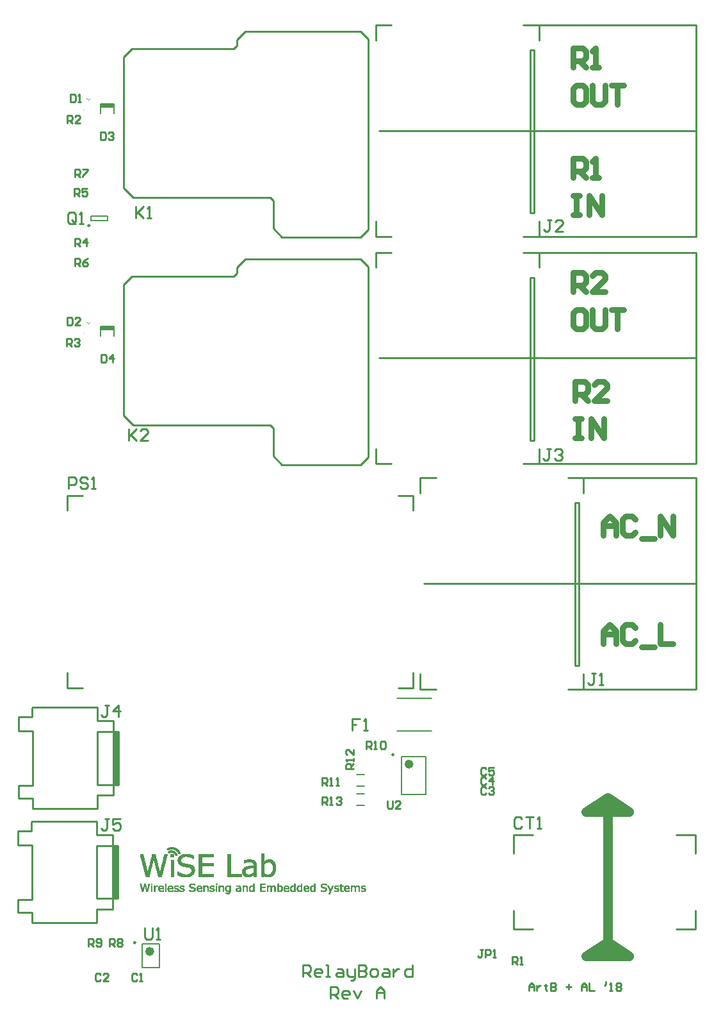
<source format=gto>
G04*
G04 #@! TF.GenerationSoftware,Altium Limited,Altium Designer,18.0.11 (651)*
G04*
G04 Layer_Color=65535*
%FSLAX25Y25*%
%MOIN*%
G70*
G01*
G75*
%ADD10C,0.02362*%
%ADD11C,0.00984*%
%ADD12C,0.00394*%
%ADD13C,0.00787*%
%ADD14C,0.01000*%
%ADD15C,0.00100*%
%ADD16C,0.05000*%
%ADD17C,0.03000*%
%ADD18R,0.07087X0.02165*%
D10*
X28851Y-131581D02*
G03*
X28851Y-131581I-1181J0D01*
G01*
X-106075Y-228952D02*
G03*
X-106075Y-228952I-1181J0D01*
G01*
D11*
X19796Y-126640D02*
G03*
X19796Y-126640I-492J0D01*
G01*
X-114638Y-224326D02*
G03*
X-114638Y-224326I-492J0D01*
G01*
X-138470Y148410D02*
G03*
X-138470Y148410I-492J0D01*
G01*
X29868Y-91949D02*
Y-84075D01*
X21994Y-91949D02*
X29868D01*
X21994Y8051D02*
X29868D01*
Y177D02*
Y8051D01*
X-150053Y-91949D02*
X-142179D01*
X-150053D02*
Y-84075D01*
Y8051D02*
X-142179D01*
X-150053Y177D02*
Y8051D01*
X12160Y79523D02*
X86963D01*
X10310Y24602D02*
X18460D01*
X10310D02*
Y32476D01*
Y24602D02*
Y32476D01*
Y126571D02*
Y134445D01*
X18460D01*
X95349Y126571D02*
Y134445D01*
X87200D02*
X95349D01*
Y24602D02*
Y32476D01*
X87200Y24602D02*
X95349D01*
X92869Y36807D02*
Y121453D01*
X90900D02*
X92869D01*
X90900Y36807D02*
Y121453D01*
Y36807D02*
X92869D01*
X12160Y197634D02*
X86963D01*
X10310Y142712D02*
X18460D01*
X10310D02*
Y150586D01*
Y142712D02*
Y150586D01*
Y244681D02*
Y252555D01*
X18460D01*
X95349Y244681D02*
Y252555D01*
X87200D02*
X95349D01*
Y142712D02*
Y150586D01*
X87200Y142712D02*
X95349D01*
X92869Y154917D02*
Y239563D01*
X90900D02*
X92869D01*
X90900Y154917D02*
Y239563D01*
Y154917D02*
X92869D01*
X-126331Y-114634D02*
X-125937D01*
Y-142193D02*
Y-114634D01*
Y-142193D02*
X-125544D01*
X-125150D01*
Y-114634D01*
X-125544Y-142193D02*
X-124363D01*
Y-114634D01*
X-126331Y-142193D02*
Y-114634D01*
Y-142193D02*
X-123575D01*
Y-114634D01*
X-126331D02*
X-123575D01*
X-134599Y-154791D02*
Y-154791D01*
Y-147704D01*
Y-142193D02*
X-126331D01*
Y-145736D02*
Y-142193D01*
Y-147704D02*
Y-145736D01*
X-134599Y-147704D02*
X-126331D01*
X-134599Y-142193D02*
Y-114634D01*
X-126331D01*
Y-112665D01*
Y-109122D01*
X-175544Y-148492D02*
Y-142586D01*
X-134599Y-109122D02*
Y-102035D01*
Y-109122D02*
X-126331D01*
X-168457Y-104397D02*
Y-102429D01*
Y-107153D02*
Y-104397D01*
X-168063Y-102035D02*
X-134599D01*
X-168457Y-102429D02*
X-168063Y-102035D01*
X-175544Y-107153D02*
X-168457D01*
X-175544Y-114240D02*
Y-107153D01*
Y-114240D02*
X-168063D01*
Y-125264D02*
Y-114240D01*
Y-142193D02*
Y-125264D01*
X-175544Y-142586D02*
X-169245D01*
X-168063D02*
Y-142193D01*
X-169245Y-142586D02*
X-168063D01*
X-165701Y-154791D02*
X-134599D01*
X-175544Y-149279D02*
Y-148492D01*
Y-149279D02*
X-168063D01*
Y-154791D02*
Y-149279D01*
Y-154791D02*
Y-154791D01*
Y-154791D02*
X-165701D01*
X-126656Y-173920D02*
X-126263D01*
Y-201479D02*
Y-173920D01*
Y-201479D02*
X-125869D01*
X-125475D01*
Y-173920D01*
X-125869Y-201479D02*
X-124688D01*
Y-173920D01*
X-126656Y-201479D02*
Y-173920D01*
Y-201479D02*
X-123900D01*
Y-173920D01*
X-126656D02*
X-123900D01*
X-134924Y-214077D02*
Y-214077D01*
Y-206991D01*
Y-201479D02*
X-126656D01*
Y-205022D02*
Y-201479D01*
Y-206991D02*
Y-205022D01*
X-134924Y-206991D02*
X-126656D01*
X-134924Y-201479D02*
Y-173920D01*
X-126656D01*
Y-171951D01*
Y-168408D01*
X-175869Y-207778D02*
Y-201872D01*
X-134924Y-168408D02*
Y-161321D01*
Y-168408D02*
X-126656D01*
X-168782Y-163683D02*
Y-161715D01*
Y-166439D02*
Y-163683D01*
X-168389Y-161321D02*
X-134924D01*
X-168782Y-161715D02*
X-168389Y-161321D01*
X-175869Y-166439D02*
X-168782D01*
X-175869Y-173526D02*
Y-166439D01*
Y-173526D02*
X-168389D01*
Y-184549D02*
Y-173526D01*
Y-201479D02*
Y-184549D01*
X-175869Y-201872D02*
X-169570D01*
X-168389D02*
Y-201479D01*
X-169570Y-201872D02*
X-168389D01*
X-166026Y-214077D02*
X-134924D01*
X-175869Y-208565D02*
Y-207778D01*
Y-208565D02*
X-168389D01*
Y-214077D02*
Y-208565D01*
Y-214077D02*
Y-214077D01*
Y-214077D02*
X-166026D01*
X166823Y-168296D02*
X176665Y-168296D01*
Y-178138D02*
Y-168296D01*
Y-217508D02*
X176665Y-207666D01*
X166823Y-217508D02*
X176665D01*
X82177D02*
X92020Y-217508D01*
X82177Y-217508D02*
X82177Y-207666D01*
X82177Y-168296D02*
X92020Y-168296D01*
X82177Y-178138D02*
Y-168296D01*
X35380Y-37682D02*
X110183D01*
X33529Y-92603D02*
X41679D01*
X33529D02*
Y-84729D01*
Y-92603D02*
Y-84729D01*
Y9366D02*
Y17240D01*
X41679D01*
X118569Y9366D02*
Y17240D01*
X110419D02*
X118569D01*
Y-92603D02*
Y-84729D01*
X110419Y-92603D02*
X118569D01*
X116088Y-80398D02*
Y4248D01*
X114120D02*
X116088D01*
X114120Y-80398D02*
Y4248D01*
Y-80398D02*
X116088D01*
X95349Y252555D02*
X177171D01*
Y142712D02*
Y252555D01*
X95349Y142712D02*
X177171D01*
X95349Y134445D02*
X177171D01*
Y24602D02*
Y134445D01*
X95349Y24602D02*
X177171D01*
X118569Y17240D02*
X177171D01*
Y-92603D02*
Y17240D01*
X118569Y-92603D02*
X177171D01*
X110183Y-37682D02*
X177171D01*
X86963Y79523D02*
X177171D01*
X86963Y197634D02*
X177171D01*
D12*
X-141647Y208611D02*
G03*
X-141647Y208611I-197J0D01*
G01*
X-141647Y92394D02*
G03*
X-141647Y92394I-197J0D01*
G01*
X-139344Y213611D02*
X-138344Y214611D01*
X-140344D02*
X-139344Y213611D01*
X-139344Y97394D02*
X-138344Y98394D01*
X-140344D02*
X-139344Y97394D01*
D13*
X23733Y-147329D02*
X36331D01*
X23733Y-127644D02*
X36331D01*
Y-147329D02*
Y-127644D01*
X23733Y-147329D02*
Y-127644D01*
X563Y-152939D02*
X4500D01*
X563Y-147034D02*
X4500D01*
X563Y-137034D02*
X4500D01*
X563Y-142939D02*
X4500D01*
X-111193Y-237220D02*
X-102138D01*
X-111193Y-225015D02*
X-102138D01*
Y-237220D02*
Y-225015D01*
X-111193Y-237220D02*
Y-225015D01*
X-125958Y90906D02*
Y96024D01*
X-133045Y90906D02*
Y96024D01*
X-125958D01*
Y206555D02*
Y211673D01*
X-133045Y206555D02*
Y211673D01*
X-125958D01*
X21470Y-114334D02*
X39470D01*
X21470Y-97405D02*
X39470D01*
X-129108Y150847D02*
Y153209D01*
X-137769Y150847D02*
Y153209D01*
X-129108D01*
X-137769Y150847D02*
X-129108D01*
D14*
X-120887Y49626D02*
X-115887Y44626D01*
X-120887Y49626D02*
Y109626D01*
X-57387Y131126D02*
X2613D01*
X-61887Y126626D02*
X-57387Y131126D01*
X-38387Y24126D02*
X2613D01*
X6613Y28126D01*
X-42887Y28626D02*
X-38387Y24126D01*
X6613Y28126D02*
Y127126D01*
X2613Y131126D02*
X6613Y127126D01*
X-111512Y122126D02*
X-63387D01*
X-61887Y123626D01*
Y126626D01*
X-120887Y109626D02*
Y117626D01*
X-116387Y122126D01*
X-111512D01*
X-42887Y28626D02*
Y43126D01*
X-44387Y44626D02*
X-42887Y43126D01*
X-115887Y44626D02*
X-44387D01*
X-121045Y167855D02*
X-116045Y162855D01*
X-121045Y167855D02*
Y227855D01*
X-57545Y249355D02*
X2455D01*
X-62045Y244855D02*
X-57545Y249355D01*
X-38545Y142355D02*
X2455D01*
X6455Y146355D01*
X-43045Y146855D02*
X-38545Y142355D01*
X6455Y146355D02*
Y245355D01*
X2455Y249355D02*
X6455Y245355D01*
X-111670Y240355D02*
X-63545D01*
X-62045Y241855D01*
Y244855D01*
X-121045Y227855D02*
Y235855D01*
X-116545Y240355D01*
X-111670D01*
X-43045Y146855D02*
Y161355D01*
X-44545Y162855D02*
X-43045Y161355D01*
X-116045Y162855D02*
X-44545D01*
X-27688Y-241914D02*
Y-235916D01*
X-24689D01*
X-23689Y-236916D01*
Y-238915D01*
X-24689Y-239915D01*
X-27688D01*
X-25689D02*
X-23689Y-241914D01*
X-18691D02*
X-20690D01*
X-21690Y-240915D01*
Y-238915D01*
X-20690Y-237916D01*
X-18691D01*
X-17691Y-238915D01*
Y-239915D01*
X-21690D01*
X-15692Y-241914D02*
X-13693D01*
X-14692D01*
Y-235916D01*
X-15692D01*
X-9694Y-237916D02*
X-7695D01*
X-6695Y-238915D01*
Y-241914D01*
X-9694D01*
X-10694Y-240915D01*
X-9694Y-239915D01*
X-6695D01*
X-4696Y-237916D02*
Y-240915D01*
X-3696Y-241914D01*
X-697D01*
Y-242914D01*
X-1697Y-243914D01*
X-2696D01*
X-697Y-241914D02*
Y-237916D01*
X1302Y-235916D02*
Y-241914D01*
X4301D01*
X5301Y-240915D01*
Y-239915D01*
X4301Y-238915D01*
X1302D01*
X4301D01*
X5301Y-237916D01*
Y-236916D01*
X4301Y-235916D01*
X1302D01*
X8300Y-241914D02*
X10300D01*
X11299Y-240915D01*
Y-238915D01*
X10300Y-237916D01*
X8300D01*
X7300Y-238915D01*
Y-240915D01*
X8300Y-241914D01*
X14298Y-237916D02*
X16298D01*
X17297Y-238915D01*
Y-241914D01*
X14298D01*
X13299Y-240915D01*
X14298Y-239915D01*
X17297D01*
X19297Y-237916D02*
Y-241914D01*
Y-239915D01*
X20296Y-238915D01*
X21296Y-237916D01*
X22296D01*
X29293Y-235916D02*
Y-241914D01*
X26294D01*
X25295Y-240915D01*
Y-238915D01*
X26294Y-237916D01*
X29293D01*
X-13193Y-253511D02*
Y-247513D01*
X-10194D01*
X-9194Y-248513D01*
Y-250512D01*
X-10194Y-251512D01*
X-13193D01*
X-11193D02*
X-9194Y-253511D01*
X-4196D02*
X-6195D01*
X-7195Y-252512D01*
Y-250512D01*
X-6195Y-249513D01*
X-4196D01*
X-3196Y-250512D01*
Y-251512D01*
X-7195D01*
X-1197Y-249513D02*
X803Y-253511D01*
X2802Y-249513D01*
X10799Y-253511D02*
Y-249513D01*
X12799Y-247513D01*
X14798Y-249513D01*
Y-253511D01*
Y-250512D01*
X10799D01*
X90209Y-249396D02*
Y-246731D01*
X91542Y-245398D01*
X92875Y-246731D01*
Y-249396D01*
Y-247397D01*
X90209D01*
X94208Y-246731D02*
Y-249396D01*
Y-248064D01*
X94874Y-247397D01*
X95541Y-246731D01*
X96207D01*
X98873Y-246064D02*
Y-246731D01*
X98207D01*
X99540D01*
X98873D01*
Y-248730D01*
X99540Y-249396D01*
X101539Y-245398D02*
Y-249396D01*
X103538D01*
X104205Y-248730D01*
Y-248064D01*
X103538Y-247397D01*
X101539D01*
X103538D01*
X104205Y-246731D01*
Y-246064D01*
X103538Y-245398D01*
X101539D01*
X109536Y-247397D02*
X112202D01*
X110869Y-246064D02*
Y-248730D01*
X117534Y-249396D02*
Y-246731D01*
X118867Y-245398D01*
X120200Y-246731D01*
Y-249396D01*
Y-247397D01*
X117534D01*
X121532Y-245398D02*
Y-249396D01*
X124198D01*
X130196Y-244731D02*
Y-246064D01*
X129530Y-246731D01*
X132196Y-249396D02*
X133528D01*
X132862D01*
Y-245398D01*
X132196Y-246064D01*
X135528D02*
X136194Y-245398D01*
X137527D01*
X138194Y-246064D01*
Y-246731D01*
X137527Y-247397D01*
X138194Y-248064D01*
Y-248730D01*
X137527Y-249396D01*
X136194D01*
X135528Y-248730D01*
Y-248064D01*
X136194Y-247397D01*
X135528Y-246731D01*
Y-246064D01*
X136194Y-247397D02*
X137527D01*
X16379Y-150810D02*
Y-154143D01*
X17046Y-154809D01*
X18379D01*
X19045Y-154143D01*
Y-150810D01*
X23044Y-154809D02*
X20378D01*
X23044Y-152143D01*
Y-151477D01*
X22377Y-150810D01*
X21045D01*
X20378Y-151477D01*
X-17512Y-152596D02*
Y-148598D01*
X-15512D01*
X-14846Y-149264D01*
Y-150597D01*
X-15512Y-151263D01*
X-17512D01*
X-16179D02*
X-14846Y-152596D01*
X-13513D02*
X-12180D01*
X-12846D01*
Y-148598D01*
X-13513Y-149264D01*
X-10181D02*
X-9514Y-148598D01*
X-8181D01*
X-7515Y-149264D01*
Y-149931D01*
X-8181Y-150597D01*
X-8848D01*
X-8181D01*
X-7515Y-151263D01*
Y-151930D01*
X-8181Y-152596D01*
X-9514D01*
X-10181Y-151930D01*
X-1376Y-133978D02*
X-5374D01*
Y-131979D01*
X-4708Y-131312D01*
X-3375D01*
X-2709Y-131979D01*
Y-133978D01*
Y-132645D02*
X-1376Y-131312D01*
Y-129979D02*
Y-128646D01*
Y-129313D01*
X-5374D01*
X-4708Y-129979D01*
X-1376Y-123981D02*
Y-126647D01*
X-4041Y-123981D01*
X-4708D01*
X-5374Y-124648D01*
Y-125981D01*
X-4708Y-126647D01*
X-17404Y-142559D02*
Y-138560D01*
X-15404D01*
X-14738Y-139226D01*
Y-140559D01*
X-15404Y-141226D01*
X-17404D01*
X-16071D02*
X-14738Y-142559D01*
X-13405D02*
X-12072D01*
X-12738D01*
Y-138560D01*
X-13405Y-139226D01*
X-10073Y-142559D02*
X-8740D01*
X-9406D01*
Y-138560D01*
X-10073Y-139226D01*
X5532Y-123563D02*
Y-119564D01*
X7531D01*
X8198Y-120230D01*
Y-121563D01*
X7531Y-122230D01*
X5532D01*
X6865D02*
X8198Y-123563D01*
X9531D02*
X10864D01*
X10197D01*
Y-119564D01*
X9531Y-120230D01*
X12863D02*
X13530Y-119564D01*
X14862D01*
X15529Y-120230D01*
Y-122896D01*
X14862Y-123563D01*
X13530D01*
X12863Y-122896D01*
Y-120230D01*
X67669Y-134154D02*
X67002Y-133487D01*
X65669D01*
X65003Y-134154D01*
Y-136819D01*
X65669Y-137486D01*
X67002D01*
X67669Y-136819D01*
X71667Y-133487D02*
X69002D01*
Y-135486D01*
X70335Y-134820D01*
X71001D01*
X71667Y-135486D01*
Y-136819D01*
X71001Y-137486D01*
X69668D01*
X69002Y-136819D01*
X67723Y-139119D02*
X67056Y-138452D01*
X65723D01*
X65057Y-139119D01*
Y-141784D01*
X65723Y-142451D01*
X67056D01*
X67723Y-141784D01*
X71055Y-142451D02*
Y-138452D01*
X69056Y-140451D01*
X71721D01*
X67777Y-144137D02*
X67110Y-143471D01*
X65777D01*
X65111Y-144137D01*
Y-146803D01*
X65777Y-147470D01*
X67110D01*
X67777Y-146803D01*
X69109Y-144137D02*
X69776Y-143471D01*
X71109D01*
X71775Y-144137D01*
Y-144804D01*
X71109Y-145470D01*
X70442D01*
X71109D01*
X71775Y-146137D01*
Y-146803D01*
X71109Y-147470D01*
X69776D01*
X69109Y-146803D01*
X-149520Y11508D02*
Y17506D01*
X-146521D01*
X-145522Y16506D01*
Y14507D01*
X-146521Y13507D01*
X-149520D01*
X-139524Y16506D02*
X-140523Y17506D01*
X-142523D01*
X-143522Y16506D01*
Y15507D01*
X-142523Y14507D01*
X-140523D01*
X-139524Y13507D01*
Y12508D01*
X-140523Y11508D01*
X-142523D01*
X-143522Y12508D01*
X-137524Y11508D02*
X-135525D01*
X-136525D01*
Y17506D01*
X-137524Y16506D01*
X-118143Y42493D02*
Y36494D01*
Y38494D01*
X-114145Y42493D01*
X-117144Y39494D01*
X-114145Y36494D01*
X-108147D02*
X-112145D01*
X-108147Y40493D01*
Y41493D01*
X-109146Y42493D01*
X-111146D01*
X-112145Y41493D01*
X-146158Y173754D02*
Y177752D01*
X-144159D01*
X-143492Y177086D01*
Y175753D01*
X-144159Y175086D01*
X-146158D01*
X-144825D02*
X-143492Y173754D01*
X-142159Y177752D02*
X-139494D01*
Y177086D01*
X-142159Y174420D01*
Y173754D01*
X-146213Y127406D02*
Y131405D01*
X-144214D01*
X-143547Y130738D01*
Y129405D01*
X-144214Y128739D01*
X-146213D01*
X-144880D02*
X-143547Y127406D01*
X-139549Y131405D02*
X-140882Y130738D01*
X-142215Y129405D01*
Y128072D01*
X-141548Y127406D01*
X-140215D01*
X-139549Y128072D01*
Y128739D01*
X-140215Y129405D01*
X-142215D01*
X-146390Y163572D02*
Y167571D01*
X-144390D01*
X-143724Y166904D01*
Y165572D01*
X-144390Y164905D01*
X-146390D01*
X-145057D02*
X-143724Y163572D01*
X-139725Y167571D02*
X-142391D01*
Y165572D01*
X-141058Y166238D01*
X-140392D01*
X-139725Y165572D01*
Y164239D01*
X-140392Y163572D01*
X-141725D01*
X-142391Y164239D01*
X-146082Y137557D02*
Y141556D01*
X-144082D01*
X-143416Y140890D01*
Y139557D01*
X-144082Y138890D01*
X-146082D01*
X-144749D02*
X-143416Y137557D01*
X-140084D02*
Y141556D01*
X-142083Y139557D01*
X-139417D01*
X-145759Y150356D02*
Y154355D01*
X-146759Y155354D01*
X-148758D01*
X-149758Y154355D01*
Y150356D01*
X-148758Y149356D01*
X-146759D01*
X-147759Y151356D02*
X-145759Y149356D01*
X-146759D02*
X-145759Y150356D01*
X-143760Y149356D02*
X-141761D01*
X-142760D01*
Y155354D01*
X-143760Y154355D01*
X101320Y32473D02*
X99321D01*
X100320D01*
Y27475D01*
X99321Y26475D01*
X98321D01*
X97321Y27475D01*
X103319Y31473D02*
X104319Y32473D01*
X106318D01*
X107318Y31473D01*
Y30474D01*
X106318Y29474D01*
X105319D01*
X106318D01*
X107318Y28474D01*
Y27475D01*
X106318Y26475D01*
X104319D01*
X103319Y27475D01*
X101909Y151331D02*
X99910D01*
X100910D01*
Y146333D01*
X99910Y145333D01*
X98910D01*
X97911Y146333D01*
X107907Y145333D02*
X103909D01*
X107907Y149331D01*
Y150331D01*
X106908Y151331D01*
X104909D01*
X103909Y150331D01*
X-132454Y81283D02*
Y77284D01*
X-130455D01*
X-129788Y77950D01*
Y80616D01*
X-130455Y81283D01*
X-132454D01*
X-126456Y77284D02*
Y81283D01*
X-128455Y79283D01*
X-125789D01*
X-132861Y196831D02*
Y192832D01*
X-130862D01*
X-130195Y193498D01*
Y196164D01*
X-130862Y196831D01*
X-132861D01*
X-128862Y196164D02*
X-128196Y196831D01*
X-126863D01*
X-126197Y196164D01*
Y195498D01*
X-126863Y194831D01*
X-127530D01*
X-126863D01*
X-126197Y194165D01*
Y193498D01*
X-126863Y192832D01*
X-128196D01*
X-128862Y193498D01*
X-148465Y216664D02*
Y212665D01*
X-146466D01*
X-145799Y213332D01*
Y215998D01*
X-146466Y216664D01*
X-148465D01*
X-144466Y212665D02*
X-143133D01*
X-143800D01*
Y216664D01*
X-144466Y215998D01*
X-150286Y100568D02*
Y96569D01*
X-148286D01*
X-147620Y97236D01*
Y99902D01*
X-148286Y100568D01*
X-150286D01*
X-143621Y96569D02*
X-146287D01*
X-143621Y99235D01*
Y99902D01*
X-144288Y100568D01*
X-145621D01*
X-146287Y99902D01*
X-150060Y201644D02*
Y205643D01*
X-148061D01*
X-147394Y204977D01*
Y203644D01*
X-148061Y202977D01*
X-150060D01*
X-148727D02*
X-147394Y201644D01*
X-143395D02*
X-146061D01*
X-143395Y204310D01*
Y204977D01*
X-144062Y205643D01*
X-145395D01*
X-146061Y204977D01*
X-150609Y85651D02*
Y89649D01*
X-148609D01*
X-147943Y88983D01*
Y87650D01*
X-148609Y86984D01*
X-150609D01*
X-149276D02*
X-147943Y85651D01*
X-146610Y88983D02*
X-145944Y89649D01*
X-144611D01*
X-143944Y88983D01*
Y88316D01*
X-144611Y87650D01*
X-145277D01*
X-144611D01*
X-143944Y86984D01*
Y86317D01*
X-144611Y85651D01*
X-145944D01*
X-146610Y86317D01*
X-114530Y158343D02*
Y152345D01*
Y154344D01*
X-110532Y158343D01*
X-113531Y155344D01*
X-110532Y152345D01*
X-108532D02*
X-106533D01*
X-107533D01*
Y158343D01*
X-108532Y157344D01*
X124869Y-84232D02*
X122869D01*
X123869D01*
Y-89230D01*
X122869Y-90230D01*
X121870D01*
X120870Y-89230D01*
X126868Y-90230D02*
X128867D01*
X127868D01*
Y-84232D01*
X126868Y-85232D01*
X86452Y-160168D02*
X85452Y-159168D01*
X83453D01*
X82453Y-160168D01*
Y-164166D01*
X83453Y-165166D01*
X85452D01*
X86452Y-164166D01*
X88451Y-159168D02*
X92450D01*
X90451D01*
Y-165166D01*
X94450D02*
X96449D01*
X95449D01*
Y-159168D01*
X94450Y-160168D01*
X-113850Y-241035D02*
X-114516Y-240369D01*
X-115849D01*
X-116516Y-241035D01*
Y-243701D01*
X-115849Y-244368D01*
X-114516D01*
X-113850Y-243701D01*
X-112517Y-244368D02*
X-111184D01*
X-111851D01*
Y-240369D01*
X-112517Y-241035D01*
X-132863Y-241080D02*
X-133530Y-240414D01*
X-134863D01*
X-135529Y-241080D01*
Y-243746D01*
X-134863Y-244412D01*
X-133530D01*
X-132863Y-243746D01*
X-128865Y-244412D02*
X-131530D01*
X-128865Y-241747D01*
Y-241080D01*
X-129531Y-240414D01*
X-130864D01*
X-131530Y-241080D01*
X-128431Y-101032D02*
X-130431D01*
X-129431D01*
Y-106031D01*
X-130431Y-107030D01*
X-131431D01*
X-132430Y-106031D01*
X-123433Y-107030D02*
Y-101032D01*
X-126432Y-104032D01*
X-122433D01*
X-128431Y-160069D02*
X-130431D01*
X-129431D01*
Y-165068D01*
X-130431Y-166067D01*
X-131431D01*
X-132430Y-165068D01*
X-122433Y-160069D02*
X-126432D01*
Y-163068D01*
X-124433Y-162068D01*
X-123433D01*
X-122433Y-163068D01*
Y-165068D01*
X-123433Y-166067D01*
X-125433D01*
X-126432Y-165068D01*
X65989Y-228179D02*
X64656D01*
X65323D01*
Y-231512D01*
X64656Y-232178D01*
X63990D01*
X63323Y-231512D01*
X67322Y-232178D02*
Y-228179D01*
X69321D01*
X69988Y-228846D01*
Y-230179D01*
X69321Y-230845D01*
X67322D01*
X71321Y-232178D02*
X72654D01*
X71987D01*
Y-228179D01*
X71321Y-228846D01*
X81437Y-235608D02*
Y-231609D01*
X83436D01*
X84102Y-232275D01*
Y-233608D01*
X83436Y-234275D01*
X81437D01*
X82770D02*
X84102Y-235608D01*
X85435D02*
X86768D01*
X86102D01*
Y-231609D01*
X85435Y-232275D01*
X-128161Y-226451D02*
Y-222452D01*
X-126162D01*
X-125495Y-223119D01*
Y-224452D01*
X-126162Y-225118D01*
X-128161D01*
X-126828D02*
X-125495Y-226451D01*
X-124162Y-223119D02*
X-123496Y-222452D01*
X-122163D01*
X-121497Y-223119D01*
Y-223785D01*
X-122163Y-224452D01*
X-121497Y-225118D01*
Y-225785D01*
X-122163Y-226451D01*
X-123496D01*
X-124162Y-225785D01*
Y-225118D01*
X-123496Y-224452D01*
X-124162Y-223785D01*
Y-223119D01*
X-123496Y-224452D02*
X-122163D01*
X-139163Y-226419D02*
Y-222420D01*
X-137164D01*
X-136498Y-223086D01*
Y-224419D01*
X-137164Y-225086D01*
X-139163D01*
X-137830D02*
X-136498Y-226419D01*
X-135165Y-225752D02*
X-134498Y-226419D01*
X-133165D01*
X-132499Y-225752D01*
Y-223086D01*
X-133165Y-222420D01*
X-134498D01*
X-135165Y-223086D01*
Y-223753D01*
X-134498Y-224419D01*
X-132499D01*
X-109939Y-216720D02*
Y-221719D01*
X-108940Y-222718D01*
X-106940D01*
X-105941Y-221719D01*
Y-216720D01*
X-103941Y-222718D02*
X-101942D01*
X-102942D01*
Y-216720D01*
X-103941Y-217720D01*
X1956Y-108041D02*
X-2043D01*
Y-111040D01*
X-43D01*
X-2043D01*
Y-114039D01*
X3955D02*
X5955D01*
X4955D01*
Y-108041D01*
X3955Y-109040D01*
D15*
X-96363Y-174671D02*
X-95363D01*
X-96963Y-174771D02*
X-94763D01*
X-97263Y-174871D02*
X-94463D01*
X-97563Y-174971D02*
X-94163D01*
X-97763Y-175071D02*
X-93963D01*
X-97963Y-175171D02*
X-93763D01*
X-98163Y-175271D02*
X-93563D01*
X-98263Y-175371D02*
X-93363D01*
X-98363Y-175471D02*
X-93163D01*
X-98463Y-175571D02*
X-93063D01*
X-98463Y-175671D02*
X-95863D01*
X-95763D02*
X-92963D01*
X-98463Y-175771D02*
X-96663D01*
X-94963D02*
X-92763D01*
X-98363Y-175871D02*
X-97063D01*
X-94663D02*
X-92663D01*
X-98363Y-175971D02*
X-97463D01*
X-94463D02*
X-92563D01*
X-98263Y-176071D02*
X-97763D01*
X-94263D02*
X-92463D01*
X-94063Y-176171D02*
X-92363D01*
X-93963Y-176271D02*
X-92263D01*
X-93763Y-176371D02*
X-92163D01*
X-96763Y-176471D02*
X-95563D01*
X-93663D02*
X-92163D01*
X-97163Y-176571D02*
X-95163D01*
X-93563D02*
X-92063D01*
X-97363Y-176671D02*
X-94863D01*
X-93463D02*
X-91963D01*
X-97563Y-176771D02*
X-94663D01*
X-93363D02*
X-91963D01*
X-97663Y-176871D02*
X-94463D01*
X-93263D02*
X-91863D01*
X-97763Y-176971D02*
X-94263D01*
X-93163D02*
X-91863D01*
X-97763Y-177071D02*
X-94163D01*
X-93063D02*
X-91763D01*
X-97763Y-177171D02*
X-94063D01*
X-92963D02*
X-91763D01*
X-97763Y-177271D02*
X-93963D01*
X-92863D02*
X-91663D01*
X-97763Y-177371D02*
X-96463D01*
X-95763D02*
X-93763D01*
X-92863D02*
X-91663D01*
X-97763Y-177471D02*
X-96763D01*
X-95363D02*
X-93763D01*
X-92763D02*
X-91563D01*
X-97663Y-177571D02*
X-96963D01*
X-95163D02*
X-93663D01*
X-92663D02*
X-91563D01*
X-97563Y-177671D02*
X-97263D01*
X-94963D02*
X-93563D01*
X-92563D02*
X-91563D01*
X-94763Y-177771D02*
X-93463D01*
X-92563D02*
X-91463D01*
X-94663Y-177871D02*
X-93463D01*
X-92463D02*
X-91463D01*
X-94563Y-177971D02*
X-93363D01*
X-92363D02*
X-91563D01*
X-49363D02*
X-47963D01*
X-94463Y-178071D02*
X-93363D01*
X-92263D02*
X-91663D01*
X-49363D02*
X-47963D01*
X-94363Y-178171D02*
X-93263D01*
X-92163D02*
X-91863D01*
X-49363D02*
X-47963D01*
X-94263Y-178271D02*
X-93263D01*
X-89063D02*
X-87663D01*
X-49363D02*
X-47963D01*
X-96463Y-178371D02*
X-94863D01*
X-94163D02*
X-93163D01*
X-89763D02*
X-86763D01*
X-49363D02*
X-47963D01*
X-112363Y-178471D02*
X-110863D01*
X-106063D02*
X-104563D01*
X-99663D02*
X-98263D01*
X-96463D02*
X-94863D01*
X-94163D02*
X-93163D01*
X-90163D02*
X-86263D01*
X-81763D02*
X-74263D01*
X-66863D02*
X-65363D01*
X-49363D02*
X-47963D01*
X-112363Y-178571D02*
X-110863D01*
X-106063D02*
X-104463D01*
X-99763D02*
X-98263D01*
X-96463D02*
X-94863D01*
X-94063D02*
X-93163D01*
X-90463D02*
X-85863D01*
X-81863D02*
X-74263D01*
X-66863D02*
X-65363D01*
X-49363D02*
X-47963D01*
X-112363Y-178671D02*
X-110863D01*
X-106163D02*
X-104463D01*
X-99763D02*
X-98263D01*
X-96463D02*
X-94863D01*
X-93963D02*
X-93163D01*
X-90663D02*
X-85463D01*
X-81863D02*
X-74263D01*
X-66863D02*
X-65363D01*
X-49363D02*
X-47963D01*
X-112363Y-178771D02*
X-110763D01*
X-106163D02*
X-104463D01*
X-99763D02*
X-98363D01*
X-96463D02*
X-94863D01*
X-93963D02*
X-93263D01*
X-90863D02*
X-85163D01*
X-81863D02*
X-74263D01*
X-66863D02*
X-65363D01*
X-49363D02*
X-47963D01*
X-112263Y-178871D02*
X-110763D01*
X-106163D02*
X-104463D01*
X-99863D02*
X-98363D01*
X-96463D02*
X-94863D01*
X-93863D02*
X-93363D01*
X-91063D02*
X-84863D01*
X-81863D02*
X-74263D01*
X-66863D02*
X-65363D01*
X-49363D02*
X-47963D01*
X-112263Y-178971D02*
X-110763D01*
X-106163D02*
X-104363D01*
X-99863D02*
X-98363D01*
X-96463D02*
X-94863D01*
X-93863D02*
X-93563D01*
X-91263D02*
X-84563D01*
X-81863D02*
X-74263D01*
X-66863D02*
X-65363D01*
X-49363D02*
X-47963D01*
X-112263Y-179071D02*
X-110663D01*
X-106263D02*
X-104363D01*
X-99863D02*
X-98363D01*
X-96463D02*
X-94863D01*
X-91363D02*
X-84463D01*
X-81863D02*
X-74263D01*
X-66863D02*
X-65363D01*
X-49363D02*
X-47963D01*
X-112263Y-179171D02*
X-110663D01*
X-106263D02*
X-104363D01*
X-99863D02*
X-98463D01*
X-96463D02*
X-94863D01*
X-91563D02*
X-84463D01*
X-81863D02*
X-74263D01*
X-66863D02*
X-65363D01*
X-49363D02*
X-47963D01*
X-112163Y-179271D02*
X-110663D01*
X-106263D02*
X-104363D01*
X-99963D02*
X-98463D01*
X-96463D02*
X-94863D01*
X-91663D02*
X-84463D01*
X-81863D02*
X-74263D01*
X-66863D02*
X-65363D01*
X-49363D02*
X-47963D01*
X-112163Y-179371D02*
X-110663D01*
X-106263D02*
X-104263D01*
X-99963D02*
X-98463D01*
X-96463D02*
X-94863D01*
X-91763D02*
X-84463D01*
X-81863D02*
X-74263D01*
X-66863D02*
X-65363D01*
X-49363D02*
X-47963D01*
X-112163Y-179471D02*
X-110563D01*
X-106363D02*
X-104263D01*
X-99963D02*
X-98463D01*
X-96463D02*
X-94863D01*
X-91863D02*
X-84463D01*
X-81863D02*
X-74263D01*
X-66863D02*
X-65363D01*
X-49363D02*
X-47963D01*
X-112063Y-179571D02*
X-110563D01*
X-106363D02*
X-104263D01*
X-99963D02*
X-98563D01*
X-96463D02*
X-94863D01*
X-91963D02*
X-89063D01*
X-87763D02*
X-84463D01*
X-81863D02*
X-74263D01*
X-66863D02*
X-65363D01*
X-49363D02*
X-47963D01*
X-112063Y-179671D02*
X-110563D01*
X-106363D02*
X-104263D01*
X-100063D02*
X-98563D01*
X-96463D02*
X-94863D01*
X-92063D02*
X-89563D01*
X-87163D02*
X-84463D01*
X-81863D02*
X-74263D01*
X-66863D02*
X-65363D01*
X-49363D02*
X-47963D01*
X-112063Y-179771D02*
X-110563D01*
X-106363D02*
X-104163D01*
X-100063D02*
X-98563D01*
X-96463D02*
X-94863D01*
X-92163D02*
X-89863D01*
X-86663D02*
X-84463D01*
X-81863D02*
X-74263D01*
X-66863D02*
X-65363D01*
X-49363D02*
X-47963D01*
X-112063Y-179871D02*
X-110463D01*
X-106363D02*
X-104163D01*
X-100063D02*
X-98563D01*
X-92263D02*
X-90163D01*
X-86363D02*
X-84463D01*
X-81863D02*
X-80363D01*
X-66863D02*
X-65363D01*
X-49363D02*
X-47963D01*
X-111963Y-179971D02*
X-110463D01*
X-106463D02*
X-104163D01*
X-100063D02*
X-98663D01*
X-92263D02*
X-90363D01*
X-86063D02*
X-84463D01*
X-81863D02*
X-80363D01*
X-66863D02*
X-65363D01*
X-49363D02*
X-47963D01*
X-111963Y-180071D02*
X-110463D01*
X-106463D02*
X-104163D01*
X-100163D02*
X-98663D01*
X-92363D02*
X-90463D01*
X-85863D02*
X-84463D01*
X-81863D02*
X-80363D01*
X-66863D02*
X-65363D01*
X-49363D02*
X-47963D01*
X-111963Y-180171D02*
X-110463D01*
X-106463D02*
X-104063D01*
X-100163D02*
X-98663D01*
X-92463D02*
X-90563D01*
X-85563D02*
X-84463D01*
X-81863D02*
X-80363D01*
X-66863D02*
X-65363D01*
X-49363D02*
X-47963D01*
X-111963Y-180271D02*
X-110363D01*
X-106463D02*
X-104063D01*
X-100163D02*
X-98763D01*
X-92463D02*
X-90663D01*
X-85363D02*
X-84463D01*
X-81863D02*
X-80363D01*
X-66863D02*
X-65363D01*
X-49363D02*
X-47963D01*
X-111863Y-180371D02*
X-110363D01*
X-106563D02*
X-104063D01*
X-100163D02*
X-98763D01*
X-92463D02*
X-90763D01*
X-85163D02*
X-84463D01*
X-81863D02*
X-80363D01*
X-66863D02*
X-65363D01*
X-49363D02*
X-47963D01*
X-111863Y-180471D02*
X-110363D01*
X-106563D02*
X-105363D01*
X-105263D02*
X-104063D01*
X-100263D02*
X-98763D01*
X-92563D02*
X-90863D01*
X-85063D02*
X-84463D01*
X-81863D02*
X-80363D01*
X-66863D02*
X-65363D01*
X-49363D02*
X-47963D01*
X-111863Y-180571D02*
X-110363D01*
X-106563D02*
X-105363D01*
X-105263D02*
X-103963D01*
X-100263D02*
X-98763D01*
X-92563D02*
X-90963D01*
X-84863D02*
X-84463D01*
X-81863D02*
X-80363D01*
X-66863D02*
X-65363D01*
X-49363D02*
X-47963D01*
X-111863Y-180671D02*
X-110263D01*
X-106563D02*
X-105463D01*
X-105263D02*
X-103963D01*
X-100263D02*
X-98863D01*
X-92663D02*
X-90963D01*
X-84763D02*
X-84463D01*
X-81863D02*
X-80363D01*
X-66863D02*
X-65363D01*
X-49363D02*
X-47963D01*
X-111763Y-180771D02*
X-110263D01*
X-106663D02*
X-105463D01*
X-105263D02*
X-103963D01*
X-100263D02*
X-98863D01*
X-92663D02*
X-91063D01*
X-84563D02*
X-84463D01*
X-81863D02*
X-80363D01*
X-66863D02*
X-65363D01*
X-49363D02*
X-47963D01*
X-111763Y-180871D02*
X-110263D01*
X-106663D02*
X-105463D01*
X-105163D02*
X-103963D01*
X-100263D02*
X-98863D01*
X-92663D02*
X-91063D01*
X-81863D02*
X-80363D01*
X-66863D02*
X-65363D01*
X-49363D02*
X-47963D01*
X-111763Y-180971D02*
X-110263D01*
X-106663D02*
X-105463D01*
X-105163D02*
X-103863D01*
X-100363D02*
X-98863D01*
X-92663D02*
X-91163D01*
X-81863D02*
X-80363D01*
X-66863D02*
X-65363D01*
X-49363D02*
X-47963D01*
X-111763Y-181071D02*
X-110163D01*
X-106663D02*
X-105563D01*
X-105163D02*
X-103863D01*
X-100363D02*
X-98963D01*
X-92663D02*
X-91163D01*
X-81863D02*
X-80363D01*
X-66863D02*
X-65363D01*
X-49363D02*
X-47963D01*
X-111663Y-181171D02*
X-110163D01*
X-106763D02*
X-105563D01*
X-105163D02*
X-103863D01*
X-100363D02*
X-98963D01*
X-92763D02*
X-91163D01*
X-81863D02*
X-80363D01*
X-66863D02*
X-65363D01*
X-56563D02*
X-54563D01*
X-49363D02*
X-47963D01*
X-45863D02*
X-44263D01*
X-111663Y-181271D02*
X-110163D01*
X-106763D02*
X-105563D01*
X-105063D02*
X-103863D01*
X-100363D02*
X-98963D01*
X-92763D02*
X-91163D01*
X-81863D02*
X-80363D01*
X-66863D02*
X-65363D01*
X-57263D02*
X-53963D01*
X-49363D02*
X-47963D01*
X-46263D02*
X-43963D01*
X-111663Y-181371D02*
X-110163D01*
X-106763D02*
X-105563D01*
X-105063D02*
X-103763D01*
X-100463D02*
X-98963D01*
X-96363D02*
X-94963D01*
X-92763D02*
X-91163D01*
X-81863D02*
X-80363D01*
X-66863D02*
X-65363D01*
X-57863D02*
X-53663D01*
X-49363D02*
X-47963D01*
X-46563D02*
X-43663D01*
X-111563Y-181471D02*
X-110063D01*
X-106763D02*
X-105663D01*
X-105063D02*
X-103763D01*
X-100463D02*
X-99063D01*
X-96363D02*
X-94963D01*
X-92763D02*
X-91163D01*
X-81863D02*
X-80363D01*
X-66863D02*
X-65363D01*
X-58263D02*
X-53363D01*
X-49363D02*
X-47963D01*
X-46763D02*
X-43563D01*
X-111563Y-181571D02*
X-110063D01*
X-106863D02*
X-105663D01*
X-105063D02*
X-103763D01*
X-100463D02*
X-99063D01*
X-96363D02*
X-94963D01*
X-92763D02*
X-91163D01*
X-81863D02*
X-80363D01*
X-66863D02*
X-65363D01*
X-58363D02*
X-53163D01*
X-49363D02*
X-47963D01*
X-46963D02*
X-43363D01*
X-111563Y-181671D02*
X-110063D01*
X-106863D02*
X-105663D01*
X-104963D02*
X-103763D01*
X-100463D02*
X-99063D01*
X-96363D02*
X-94963D01*
X-92763D02*
X-91163D01*
X-81863D02*
X-80363D01*
X-66863D02*
X-65363D01*
X-58363D02*
X-52963D01*
X-49363D02*
X-47963D01*
X-47063D02*
X-43263D01*
X-111563Y-181771D02*
X-110063D01*
X-106863D02*
X-105663D01*
X-104963D02*
X-103663D01*
X-100563D02*
X-99063D01*
X-96363D02*
X-94963D01*
X-92763D02*
X-91163D01*
X-81863D02*
X-80363D01*
X-66863D02*
X-65363D01*
X-58363D02*
X-52863D01*
X-49363D02*
X-47963D01*
X-47263D02*
X-43063D01*
X-111463Y-181871D02*
X-109963D01*
X-106863D02*
X-105763D01*
X-104963D02*
X-103663D01*
X-100563D02*
X-99163D01*
X-96363D02*
X-94963D01*
X-92763D02*
X-91163D01*
X-81863D02*
X-80363D01*
X-66863D02*
X-65363D01*
X-58363D02*
X-52763D01*
X-49363D02*
X-47963D01*
X-47463D02*
X-42963D01*
X-111463Y-181971D02*
X-109963D01*
X-106963D02*
X-105763D01*
X-104963D02*
X-103663D01*
X-100563D02*
X-99163D01*
X-96363D02*
X-94963D01*
X-92663D02*
X-91063D01*
X-81863D02*
X-80363D01*
X-66863D02*
X-65363D01*
X-58363D02*
X-52563D01*
X-49363D02*
X-47963D01*
X-47563D02*
X-42863D01*
X-111463Y-182071D02*
X-109963D01*
X-106963D02*
X-105763D01*
X-104863D02*
X-103663D01*
X-100563D02*
X-99163D01*
X-96363D02*
X-94963D01*
X-92663D02*
X-91063D01*
X-81863D02*
X-80363D01*
X-66863D02*
X-65363D01*
X-58363D02*
X-52563D01*
X-49363D02*
X-47963D01*
X-47663D02*
X-42763D01*
X-111463Y-182171D02*
X-109963D01*
X-106963D02*
X-105763D01*
X-104863D02*
X-103563D01*
X-100663D02*
X-99163D01*
X-96363D02*
X-94963D01*
X-92663D02*
X-91063D01*
X-81863D02*
X-80363D01*
X-66863D02*
X-65363D01*
X-58363D02*
X-52463D01*
X-49363D02*
X-42763D01*
X-111363Y-182271D02*
X-109863D01*
X-106963D02*
X-105863D01*
X-104863D02*
X-103563D01*
X-100663D02*
X-99263D01*
X-96363D02*
X-94963D01*
X-92663D02*
X-90963D01*
X-81863D02*
X-80363D01*
X-66863D02*
X-65363D01*
X-58363D02*
X-52363D01*
X-49363D02*
X-42663D01*
X-111363Y-182371D02*
X-109863D01*
X-107063D02*
X-105863D01*
X-104863D02*
X-103563D01*
X-100663D02*
X-99263D01*
X-96363D02*
X-94963D01*
X-92663D02*
X-90863D01*
X-81863D02*
X-80363D01*
X-66863D02*
X-65363D01*
X-58363D02*
X-55763D01*
X-55363D02*
X-52263D01*
X-49363D02*
X-42563D01*
X-111363Y-182471D02*
X-109863D01*
X-107063D02*
X-105863D01*
X-104763D02*
X-103563D01*
X-100663D02*
X-99263D01*
X-96363D02*
X-94963D01*
X-92663D02*
X-90863D01*
X-81863D02*
X-80363D01*
X-66863D02*
X-65363D01*
X-58363D02*
X-56663D01*
X-54463D02*
X-52263D01*
X-49363D02*
X-45863D01*
X-44963D02*
X-42463D01*
X-111363Y-182571D02*
X-109863D01*
X-107063D02*
X-105863D01*
X-104763D02*
X-103463D01*
X-100763D02*
X-99363D01*
X-96363D02*
X-94963D01*
X-92563D02*
X-90763D01*
X-81863D02*
X-80363D01*
X-66863D02*
X-65363D01*
X-58363D02*
X-57063D01*
X-54163D02*
X-52163D01*
X-49363D02*
X-46263D01*
X-44563D02*
X-42463D01*
X-111263Y-182671D02*
X-109763D01*
X-107063D02*
X-105963D01*
X-104763D02*
X-103463D01*
X-100763D02*
X-99363D01*
X-96363D02*
X-94963D01*
X-92563D02*
X-90663D01*
X-81863D02*
X-80363D01*
X-66863D02*
X-65363D01*
X-58363D02*
X-57463D01*
X-53963D02*
X-52163D01*
X-49363D02*
X-46563D01*
X-44363D02*
X-42363D01*
X-111263Y-182771D02*
X-109763D01*
X-107163D02*
X-105963D01*
X-104763D02*
X-103463D01*
X-100763D02*
X-99363D01*
X-96363D02*
X-94963D01*
X-92463D02*
X-90463D01*
X-81863D02*
X-80363D01*
X-66863D02*
X-65363D01*
X-58363D02*
X-57763D01*
X-53763D02*
X-52063D01*
X-49363D02*
X-46863D01*
X-44163D02*
X-42363D01*
X-111263Y-182871D02*
X-109763D01*
X-107163D02*
X-105963D01*
X-104663D02*
X-103463D01*
X-100763D02*
X-99363D01*
X-96363D02*
X-94963D01*
X-92463D02*
X-90263D01*
X-81863D02*
X-80363D01*
X-66863D02*
X-65363D01*
X-58363D02*
X-58063D01*
X-53663D02*
X-52063D01*
X-49363D02*
X-47063D01*
X-44063D02*
X-42263D01*
X-111163Y-182971D02*
X-109763D01*
X-107163D02*
X-105963D01*
X-104663D02*
X-103363D01*
X-100863D02*
X-99463D01*
X-96363D02*
X-94963D01*
X-92463D02*
X-90063D01*
X-81863D02*
X-74263D01*
X-66863D02*
X-65363D01*
X-53563D02*
X-51963D01*
X-49363D02*
X-47263D01*
X-43963D02*
X-42263D01*
X-111163Y-183071D02*
X-109663D01*
X-107163D02*
X-106063D01*
X-104663D02*
X-103363D01*
X-100863D02*
X-99463D01*
X-96363D02*
X-94963D01*
X-92363D02*
X-89763D01*
X-81863D02*
X-74263D01*
X-66863D02*
X-65363D01*
X-53563D02*
X-51963D01*
X-49363D02*
X-47363D01*
X-43863D02*
X-42163D01*
X-111163Y-183171D02*
X-109663D01*
X-107263D02*
X-106063D01*
X-104663D02*
X-103363D01*
X-100863D02*
X-99463D01*
X-96363D02*
X-94963D01*
X-92263D02*
X-89263D01*
X-81863D02*
X-74263D01*
X-66863D02*
X-65363D01*
X-53463D02*
X-51963D01*
X-49363D02*
X-47563D01*
X-43863D02*
X-42163D01*
X-111163Y-183271D02*
X-109663D01*
X-107263D02*
X-106063D01*
X-104563D02*
X-103363D01*
X-100863D02*
X-99463D01*
X-96363D02*
X-94963D01*
X-92263D02*
X-88763D01*
X-81863D02*
X-74263D01*
X-66863D02*
X-65363D01*
X-53463D02*
X-51963D01*
X-49363D02*
X-47663D01*
X-43763D02*
X-42163D01*
X-111063Y-183371D02*
X-109663D01*
X-107263D02*
X-106063D01*
X-104563D02*
X-103263D01*
X-100963D02*
X-99563D01*
X-96363D02*
X-94963D01*
X-92163D02*
X-88263D01*
X-81863D02*
X-74263D01*
X-66863D02*
X-65363D01*
X-53363D02*
X-51963D01*
X-49363D02*
X-47863D01*
X-43663D02*
X-42063D01*
X-111063Y-183471D02*
X-109563D01*
X-107263D02*
X-106163D01*
X-104563D02*
X-103263D01*
X-100963D02*
X-99563D01*
X-96363D02*
X-94963D01*
X-92063D02*
X-87663D01*
X-81863D02*
X-74263D01*
X-66863D02*
X-65363D01*
X-53363D02*
X-51863D01*
X-49363D02*
X-47863D01*
X-43663D02*
X-42063D01*
X-111063Y-183571D02*
X-109563D01*
X-107363D02*
X-106163D01*
X-104563D02*
X-103263D01*
X-100963D02*
X-99563D01*
X-96363D02*
X-94963D01*
X-91963D02*
X-87163D01*
X-81863D02*
X-74263D01*
X-66863D02*
X-65363D01*
X-53363D02*
X-51863D01*
X-49363D02*
X-47963D01*
X-43563D02*
X-42063D01*
X-111063Y-183671D02*
X-109563D01*
X-107363D02*
X-106163D01*
X-104463D02*
X-103263D01*
X-100963D02*
X-99563D01*
X-96363D02*
X-94963D01*
X-91863D02*
X-86763D01*
X-81863D02*
X-74263D01*
X-66863D02*
X-65363D01*
X-53263D02*
X-51863D01*
X-49363D02*
X-47963D01*
X-43563D02*
X-41963D01*
X-110963Y-183771D02*
X-109563D01*
X-107363D02*
X-106163D01*
X-104463D02*
X-103163D01*
X-101063D02*
X-99663D01*
X-96363D02*
X-94963D01*
X-91763D02*
X-86363D01*
X-81863D02*
X-74263D01*
X-66863D02*
X-65363D01*
X-53263D02*
X-51863D01*
X-49363D02*
X-47963D01*
X-43463D02*
X-41963D01*
X-110963Y-183871D02*
X-109463D01*
X-107363D02*
X-106263D01*
X-104463D02*
X-103163D01*
X-101063D02*
X-99663D01*
X-96363D02*
X-94963D01*
X-91663D02*
X-86063D01*
X-81863D02*
X-74263D01*
X-66863D02*
X-65363D01*
X-53263D02*
X-51863D01*
X-49363D02*
X-47963D01*
X-43463D02*
X-41963D01*
X-110963Y-183971D02*
X-109463D01*
X-107463D02*
X-106263D01*
X-104463D02*
X-103163D01*
X-101063D02*
X-99663D01*
X-96363D02*
X-94963D01*
X-91463D02*
X-85763D01*
X-81863D02*
X-74263D01*
X-66863D02*
X-65363D01*
X-53263D02*
X-51863D01*
X-49363D02*
X-47963D01*
X-43463D02*
X-41963D01*
X-110963Y-184071D02*
X-109463D01*
X-107463D02*
X-106263D01*
X-104363D02*
X-103163D01*
X-101063D02*
X-99663D01*
X-96363D02*
X-94963D01*
X-91363D02*
X-85563D01*
X-81863D02*
X-74263D01*
X-66863D02*
X-65363D01*
X-53263D02*
X-51863D01*
X-49363D02*
X-47963D01*
X-43463D02*
X-41863D01*
X-110863Y-184171D02*
X-109463D01*
X-107463D02*
X-106263D01*
X-104363D02*
X-103063D01*
X-101163D02*
X-99763D01*
X-96363D02*
X-94963D01*
X-91163D02*
X-85363D01*
X-81863D02*
X-74263D01*
X-66863D02*
X-65363D01*
X-53263D02*
X-51863D01*
X-49363D02*
X-47963D01*
X-43363D02*
X-41863D01*
X-110863Y-184271D02*
X-109363D01*
X-107463D02*
X-106363D01*
X-104363D02*
X-103063D01*
X-101163D02*
X-99763D01*
X-96363D02*
X-94963D01*
X-90963D02*
X-85163D01*
X-81863D02*
X-74263D01*
X-66863D02*
X-65363D01*
X-53663D02*
X-51863D01*
X-49363D02*
X-47963D01*
X-43363D02*
X-41863D01*
X-110863Y-184371D02*
X-109363D01*
X-107563D02*
X-106363D01*
X-104363D02*
X-103063D01*
X-101163D02*
X-99763D01*
X-96363D02*
X-94963D01*
X-90663D02*
X-85063D01*
X-81863D02*
X-80363D01*
X-66863D02*
X-65363D01*
X-55063D02*
X-51863D01*
X-49363D02*
X-47963D01*
X-43363D02*
X-41863D01*
X-110863Y-184471D02*
X-109363D01*
X-107563D02*
X-106363D01*
X-104263D02*
X-103063D01*
X-101163D02*
X-99763D01*
X-96363D02*
X-94963D01*
X-90463D02*
X-84963D01*
X-81863D02*
X-80363D01*
X-66863D02*
X-65363D01*
X-55963D02*
X-51863D01*
X-49363D02*
X-47963D01*
X-43363D02*
X-41863D01*
X-110763Y-184571D02*
X-109363D01*
X-107563D02*
X-106363D01*
X-104263D02*
X-102963D01*
X-101263D02*
X-99863D01*
X-96363D02*
X-94963D01*
X-90063D02*
X-84763D01*
X-81863D02*
X-80363D01*
X-66863D02*
X-65363D01*
X-56463D02*
X-51863D01*
X-49363D02*
X-47963D01*
X-43363D02*
X-41863D01*
X-110763Y-184671D02*
X-109263D01*
X-107563D02*
X-106463D01*
X-104263D02*
X-102963D01*
X-101263D02*
X-99863D01*
X-96363D02*
X-94963D01*
X-89663D02*
X-84663D01*
X-81863D02*
X-80363D01*
X-66863D02*
X-65363D01*
X-56863D02*
X-51863D01*
X-49363D02*
X-47963D01*
X-43263D02*
X-41863D01*
X-110763Y-184771D02*
X-109263D01*
X-107663D02*
X-106463D01*
X-104263D02*
X-102963D01*
X-101263D02*
X-99863D01*
X-96363D02*
X-94963D01*
X-89163D02*
X-84563D01*
X-81863D02*
X-80363D01*
X-66863D02*
X-65363D01*
X-57163D02*
X-51863D01*
X-49363D02*
X-47963D01*
X-43263D02*
X-41863D01*
X-110663Y-184871D02*
X-109263D01*
X-107663D02*
X-106463D01*
X-104163D02*
X-102963D01*
X-101263D02*
X-99863D01*
X-96363D02*
X-94963D01*
X-88563D02*
X-84463D01*
X-81863D02*
X-80363D01*
X-66863D02*
X-65363D01*
X-57463D02*
X-51863D01*
X-49363D02*
X-47963D01*
X-43263D02*
X-41763D01*
X-110663Y-184971D02*
X-109263D01*
X-107663D02*
X-106463D01*
X-104163D02*
X-102863D01*
X-101363D02*
X-99963D01*
X-96363D02*
X-94963D01*
X-87963D02*
X-84463D01*
X-81863D02*
X-80363D01*
X-66863D02*
X-65363D01*
X-57663D02*
X-51863D01*
X-49363D02*
X-47963D01*
X-43263D02*
X-41763D01*
X-110663Y-185071D02*
X-109163D01*
X-107663D02*
X-106563D01*
X-104163D02*
X-102863D01*
X-101363D02*
X-99963D01*
X-96363D02*
X-94963D01*
X-87463D02*
X-84363D01*
X-81863D02*
X-80363D01*
X-66863D02*
X-65363D01*
X-57863D02*
X-51863D01*
X-49363D02*
X-47963D01*
X-43263D02*
X-41763D01*
X-110663Y-185171D02*
X-109163D01*
X-107763D02*
X-106563D01*
X-104163D02*
X-102863D01*
X-101363D02*
X-99963D01*
X-96363D02*
X-94963D01*
X-87063D02*
X-84363D01*
X-81863D02*
X-80363D01*
X-66863D02*
X-65363D01*
X-58063D02*
X-51863D01*
X-49363D02*
X-47963D01*
X-43263D02*
X-41763D01*
X-110563Y-185271D02*
X-109163D01*
X-107763D02*
X-106563D01*
X-104063D02*
X-102863D01*
X-101363D02*
X-100063D01*
X-96363D02*
X-94963D01*
X-86663D02*
X-84263D01*
X-81863D02*
X-80363D01*
X-66863D02*
X-65363D01*
X-58163D02*
X-51863D01*
X-49363D02*
X-47963D01*
X-43263D02*
X-41763D01*
X-110563Y-185371D02*
X-109163D01*
X-107763D02*
X-106563D01*
X-104063D02*
X-102763D01*
X-101463D02*
X-100063D01*
X-96363D02*
X-94963D01*
X-86463D02*
X-84263D01*
X-81863D02*
X-80363D01*
X-66863D02*
X-65363D01*
X-58263D02*
X-51863D01*
X-49363D02*
X-47963D01*
X-43263D02*
X-41763D01*
X-110563Y-185471D02*
X-109063D01*
X-107763D02*
X-106663D01*
X-104063D02*
X-102763D01*
X-101463D02*
X-100063D01*
X-96363D02*
X-94963D01*
X-86263D02*
X-84163D01*
X-81863D02*
X-80363D01*
X-66863D02*
X-65363D01*
X-58363D02*
X-54363D01*
X-53263D02*
X-51863D01*
X-49363D02*
X-47963D01*
X-43263D02*
X-41763D01*
X-110563Y-185571D02*
X-109063D01*
X-107863D02*
X-106663D01*
X-104063D02*
X-102763D01*
X-101463D02*
X-100063D01*
X-96363D02*
X-94963D01*
X-86163D02*
X-84163D01*
X-81863D02*
X-80363D01*
X-66863D02*
X-65363D01*
X-58463D02*
X-55363D01*
X-53263D02*
X-51863D01*
X-49363D02*
X-47963D01*
X-43263D02*
X-41763D01*
X-110463Y-185671D02*
X-109063D01*
X-107863D02*
X-106663D01*
X-103963D02*
X-102763D01*
X-101463D02*
X-100163D01*
X-96363D02*
X-94963D01*
X-85963D02*
X-84063D01*
X-81863D02*
X-80363D01*
X-66863D02*
X-65363D01*
X-58563D02*
X-56063D01*
X-53263D02*
X-51863D01*
X-49363D02*
X-47963D01*
X-43263D02*
X-41763D01*
X-110463Y-185771D02*
X-109063D01*
X-107863D02*
X-106663D01*
X-103963D02*
X-102663D01*
X-101563D02*
X-100163D01*
X-96363D02*
X-94963D01*
X-85863D02*
X-84063D01*
X-81863D02*
X-80363D01*
X-66863D02*
X-65363D01*
X-58663D02*
X-56363D01*
X-53263D02*
X-51863D01*
X-49363D02*
X-47963D01*
X-43263D02*
X-41763D01*
X-110463Y-185871D02*
X-108963D01*
X-107863D02*
X-106763D01*
X-103963D02*
X-102663D01*
X-101563D02*
X-100163D01*
X-96363D02*
X-94963D01*
X-85763D02*
X-84063D01*
X-81863D02*
X-80363D01*
X-66863D02*
X-65363D01*
X-58763D02*
X-56663D01*
X-53263D02*
X-51863D01*
X-49363D02*
X-47963D01*
X-43263D02*
X-41763D01*
X-110463Y-185971D02*
X-108963D01*
X-107963D02*
X-106763D01*
X-103963D02*
X-102663D01*
X-101563D02*
X-100163D01*
X-96363D02*
X-94963D01*
X-85763D02*
X-84063D01*
X-81863D02*
X-80363D01*
X-66863D02*
X-65363D01*
X-58863D02*
X-56863D01*
X-53263D02*
X-51863D01*
X-49363D02*
X-47963D01*
X-43263D02*
X-41763D01*
X-110363Y-186071D02*
X-108963D01*
X-107963D02*
X-106763D01*
X-103863D02*
X-102663D01*
X-101563D02*
X-100263D01*
X-96363D02*
X-94963D01*
X-85663D02*
X-84063D01*
X-81863D02*
X-80363D01*
X-66863D02*
X-65363D01*
X-58863D02*
X-57063D01*
X-53263D02*
X-51863D01*
X-49363D02*
X-47963D01*
X-43263D02*
X-41763D01*
X-110363Y-186171D02*
X-108963D01*
X-107963D02*
X-106763D01*
X-103863D02*
X-102563D01*
X-101663D02*
X-100263D01*
X-96363D02*
X-94963D01*
X-85663D02*
X-84063D01*
X-81863D02*
X-80363D01*
X-66863D02*
X-65363D01*
X-58963D02*
X-57163D01*
X-53263D02*
X-51863D01*
X-49363D02*
X-47963D01*
X-43263D02*
X-41763D01*
X-110363Y-186271D02*
X-108863D01*
X-107963D02*
X-106863D01*
X-103863D02*
X-102563D01*
X-101663D02*
X-100263D01*
X-96363D02*
X-94963D01*
X-85663D02*
X-83963D01*
X-81863D02*
X-80363D01*
X-66863D02*
X-65363D01*
X-58963D02*
X-57263D01*
X-53263D02*
X-51863D01*
X-49363D02*
X-47963D01*
X-43263D02*
X-41863D01*
X-110263Y-186371D02*
X-108863D01*
X-108063D02*
X-106863D01*
X-103863D02*
X-102563D01*
X-101663D02*
X-100263D01*
X-96363D02*
X-94963D01*
X-85563D02*
X-83963D01*
X-81863D02*
X-80363D01*
X-66863D02*
X-65363D01*
X-58963D02*
X-57363D01*
X-53263D02*
X-51863D01*
X-49363D02*
X-47963D01*
X-43263D02*
X-41863D01*
X-110263Y-186471D02*
X-108863D01*
X-108063D02*
X-106863D01*
X-103763D02*
X-102563D01*
X-101663D02*
X-100363D01*
X-96363D02*
X-94963D01*
X-85563D02*
X-83963D01*
X-81863D02*
X-80363D01*
X-66863D02*
X-65363D01*
X-59063D02*
X-57463D01*
X-53263D02*
X-51863D01*
X-49363D02*
X-47963D01*
X-43263D02*
X-41863D01*
X-110263Y-186571D02*
X-108863D01*
X-108063D02*
X-106863D01*
X-103763D02*
X-102463D01*
X-101763D02*
X-100363D01*
X-96363D02*
X-94963D01*
X-85563D02*
X-83963D01*
X-81863D02*
X-80363D01*
X-66863D02*
X-65363D01*
X-59063D02*
X-57463D01*
X-53263D02*
X-51863D01*
X-49363D02*
X-47963D01*
X-43363D02*
X-41863D01*
X-110263Y-186671D02*
X-108763D01*
X-108063D02*
X-106863D01*
X-103763D02*
X-102463D01*
X-101763D02*
X-100363D01*
X-96363D02*
X-94963D01*
X-85563D02*
X-83963D01*
X-81863D02*
X-80363D01*
X-66863D02*
X-65363D01*
X-59063D02*
X-57563D01*
X-53263D02*
X-51863D01*
X-49363D02*
X-47963D01*
X-43363D02*
X-41863D01*
X-110163Y-186771D02*
X-108763D01*
X-108163D02*
X-106963D01*
X-103763D02*
X-102463D01*
X-101763D02*
X-100363D01*
X-96363D02*
X-94963D01*
X-85563D02*
X-83963D01*
X-81863D02*
X-80363D01*
X-66863D02*
X-65363D01*
X-59063D02*
X-57563D01*
X-53263D02*
X-51863D01*
X-49363D02*
X-47963D01*
X-43363D02*
X-41863D01*
X-110163Y-186871D02*
X-108763D01*
X-108163D02*
X-106963D01*
X-103663D02*
X-102463D01*
X-101763D02*
X-100463D01*
X-96363D02*
X-94963D01*
X-85563D02*
X-83963D01*
X-81863D02*
X-80363D01*
X-66863D02*
X-65363D01*
X-59063D02*
X-57663D01*
X-53263D02*
X-51863D01*
X-49363D02*
X-47963D01*
X-43363D02*
X-41963D01*
X-110163Y-186971D02*
X-108763D01*
X-108163D02*
X-106963D01*
X-103663D02*
X-102363D01*
X-101863D02*
X-100463D01*
X-96363D02*
X-94963D01*
X-85563D02*
X-83963D01*
X-81863D02*
X-80363D01*
X-66863D02*
X-65363D01*
X-59163D02*
X-57663D01*
X-53263D02*
X-51863D01*
X-49363D02*
X-47963D01*
X-43363D02*
X-41963D01*
X-110163Y-187071D02*
X-108663D01*
X-108163D02*
X-106963D01*
X-103663D02*
X-102363D01*
X-101863D02*
X-100463D01*
X-96363D02*
X-94963D01*
X-85563D02*
X-84063D01*
X-81863D02*
X-80363D01*
X-66863D02*
X-65363D01*
X-59163D02*
X-57663D01*
X-53263D02*
X-51863D01*
X-49363D02*
X-47963D01*
X-43463D02*
X-41963D01*
X-110063Y-187171D02*
X-108663D01*
X-108263D02*
X-107063D01*
X-103663D02*
X-102363D01*
X-101863D02*
X-100463D01*
X-96363D02*
X-94963D01*
X-85563D02*
X-84063D01*
X-81863D02*
X-80363D01*
X-66863D02*
X-65363D01*
X-59163D02*
X-57663D01*
X-53263D02*
X-51863D01*
X-49363D02*
X-47963D01*
X-43463D02*
X-41963D01*
X-110063Y-187271D02*
X-108663D01*
X-108263D02*
X-107063D01*
X-103563D02*
X-102363D01*
X-101863D02*
X-100563D01*
X-96363D02*
X-94963D01*
X-85563D02*
X-84063D01*
X-81863D02*
X-80363D01*
X-66863D02*
X-65363D01*
X-59163D02*
X-57663D01*
X-53263D02*
X-51863D01*
X-49363D02*
X-47963D01*
X-43463D02*
X-42063D01*
X-110063Y-187371D02*
X-108663D01*
X-108263D02*
X-107063D01*
X-103563D02*
X-102263D01*
X-101963D02*
X-100563D01*
X-96363D02*
X-94963D01*
X-92763D02*
X-92663D01*
X-85663D02*
X-84063D01*
X-81863D02*
X-80363D01*
X-66863D02*
X-65363D01*
X-59163D02*
X-57663D01*
X-53263D02*
X-51863D01*
X-49363D02*
X-47963D01*
X-43563D02*
X-42063D01*
X-110063Y-187471D02*
X-108563D01*
X-108263D02*
X-107063D01*
X-103563D02*
X-102263D01*
X-101963D02*
X-100563D01*
X-96363D02*
X-94963D01*
X-92763D02*
X-92563D01*
X-85663D02*
X-84063D01*
X-81863D02*
X-80363D01*
X-66863D02*
X-65363D01*
X-59163D02*
X-57663D01*
X-53263D02*
X-51863D01*
X-49363D02*
X-47963D01*
X-43563D02*
X-42063D01*
X-109963Y-187571D02*
X-108563D01*
X-108363D02*
X-107163D01*
X-103463D02*
X-102263D01*
X-101963D02*
X-100563D01*
X-96363D02*
X-94963D01*
X-92763D02*
X-92363D01*
X-85663D02*
X-84163D01*
X-81863D02*
X-80363D01*
X-66863D02*
X-65363D01*
X-59163D02*
X-57663D01*
X-53263D02*
X-51863D01*
X-49363D02*
X-47963D01*
X-43663D02*
X-42163D01*
X-109963Y-187671D02*
X-108563D01*
X-108363D02*
X-107163D01*
X-103463D02*
X-102263D01*
X-101963D02*
X-100663D01*
X-96363D02*
X-94963D01*
X-92763D02*
X-92263D01*
X-85763D02*
X-84163D01*
X-81863D02*
X-80363D01*
X-66863D02*
X-65363D01*
X-59163D02*
X-57663D01*
X-53263D02*
X-51863D01*
X-49363D02*
X-47963D01*
X-43663D02*
X-42163D01*
X-109963Y-187771D02*
X-108563D01*
X-108363D02*
X-107163D01*
X-103463D02*
X-102163D01*
X-102063D02*
X-100663D01*
X-96363D02*
X-94963D01*
X-92763D02*
X-92063D01*
X-85863D02*
X-84263D01*
X-81863D02*
X-80363D01*
X-66863D02*
X-65363D01*
X-59163D02*
X-57663D01*
X-53263D02*
X-51863D01*
X-49363D02*
X-47963D01*
X-43763D02*
X-42163D01*
X-109963Y-187871D02*
X-108463D01*
X-108363D02*
X-107163D01*
X-103463D02*
X-102163D01*
X-102063D02*
X-100663D01*
X-96363D02*
X-94963D01*
X-92763D02*
X-91963D01*
X-85863D02*
X-84263D01*
X-81863D02*
X-80363D01*
X-66863D02*
X-65363D01*
X-59163D02*
X-57563D01*
X-53363D02*
X-51863D01*
X-49363D02*
X-47963D01*
X-43763D02*
X-42263D01*
X-109863Y-187971D02*
X-107263D01*
X-103363D02*
X-102163D01*
X-102063D02*
X-100763D01*
X-96363D02*
X-94963D01*
X-92763D02*
X-91763D01*
X-85963D02*
X-84263D01*
X-81863D02*
X-80363D01*
X-66863D02*
X-65363D01*
X-59063D02*
X-57563D01*
X-53463D02*
X-51863D01*
X-49363D02*
X-47963D01*
X-43863D02*
X-42263D01*
X-109863Y-188071D02*
X-107263D01*
X-103363D02*
X-100763D01*
X-96363D02*
X-94963D01*
X-92763D02*
X-91563D01*
X-86063D02*
X-84363D01*
X-81863D02*
X-80363D01*
X-66863D02*
X-65363D01*
X-59063D02*
X-57563D01*
X-53663D02*
X-51863D01*
X-49363D02*
X-47963D01*
X-43963D02*
X-42363D01*
X-109863Y-188171D02*
X-107263D01*
X-103363D02*
X-100763D01*
X-96363D02*
X-94963D01*
X-92763D02*
X-91363D01*
X-86163D02*
X-84363D01*
X-81863D02*
X-80363D01*
X-66863D02*
X-65363D01*
X-59063D02*
X-57463D01*
X-53763D02*
X-51863D01*
X-49363D02*
X-47963D01*
X-44063D02*
X-42363D01*
X-109763Y-188271D02*
X-107263D01*
X-103363D02*
X-100763D01*
X-96363D02*
X-94963D01*
X-92763D02*
X-91163D01*
X-86363D02*
X-84463D01*
X-81863D02*
X-80363D01*
X-66863D02*
X-65363D01*
X-59063D02*
X-57363D01*
X-53963D02*
X-51863D01*
X-49363D02*
X-47963D01*
X-44163D02*
X-42463D01*
X-109763Y-188371D02*
X-107363D01*
X-103263D02*
X-100863D01*
X-96363D02*
X-94963D01*
X-92763D02*
X-90863D01*
X-86463D02*
X-84563D01*
X-81863D02*
X-80363D01*
X-66863D02*
X-65363D01*
X-58963D02*
X-57263D01*
X-54163D02*
X-51863D01*
X-49363D02*
X-47863D01*
X-44263D02*
X-42463D01*
X-109763Y-188471D02*
X-107363D01*
X-103263D02*
X-100863D01*
X-96363D02*
X-94963D01*
X-92763D02*
X-90563D01*
X-86663D02*
X-84563D01*
X-81863D02*
X-80363D01*
X-66863D02*
X-65363D01*
X-58963D02*
X-57163D01*
X-54363D02*
X-51863D01*
X-49363D02*
X-47663D01*
X-44363D02*
X-42563D01*
X-109763Y-188571D02*
X-107363D01*
X-103263D02*
X-100863D01*
X-96363D02*
X-94963D01*
X-92763D02*
X-90263D01*
X-86863D02*
X-84663D01*
X-81863D02*
X-80263D01*
X-66863D02*
X-65363D01*
X-58963D02*
X-57063D01*
X-54563D02*
X-51863D01*
X-49363D02*
X-47463D01*
X-44563D02*
X-42663D01*
X-109663Y-188671D02*
X-107363D01*
X-103263D02*
X-100863D01*
X-96363D02*
X-94963D01*
X-92763D02*
X-89863D01*
X-87163D02*
X-84763D01*
X-81863D02*
X-74263D01*
X-66863D02*
X-59663D01*
X-58863D02*
X-56863D01*
X-54763D02*
X-51863D01*
X-49363D02*
X-47163D01*
X-44763D02*
X-42663D01*
X-109663Y-188771D02*
X-107463D01*
X-103163D02*
X-100963D01*
X-96363D02*
X-94963D01*
X-92763D02*
X-89363D01*
X-87663D02*
X-84863D01*
X-81863D02*
X-74263D01*
X-66863D02*
X-59663D01*
X-58863D02*
X-56463D01*
X-55263D02*
X-51863D01*
X-49363D02*
X-46863D01*
X-45063D02*
X-42763D01*
X-109663Y-188871D02*
X-107463D01*
X-103163D02*
X-100963D01*
X-96363D02*
X-94963D01*
X-92763D02*
X-84963D01*
X-81863D02*
X-74263D01*
X-66863D02*
X-59663D01*
X-58763D02*
X-51863D01*
X-49363D02*
X-45963D01*
X-45663D02*
X-42863D01*
X-109663Y-188971D02*
X-107463D01*
X-103163D02*
X-100963D01*
X-96363D02*
X-94963D01*
X-92763D02*
X-85063D01*
X-81863D02*
X-74263D01*
X-66863D02*
X-59663D01*
X-58663D02*
X-51863D01*
X-49363D02*
X-42963D01*
X-109563Y-189071D02*
X-107463D01*
X-103163D02*
X-100963D01*
X-96363D02*
X-94963D01*
X-92763D02*
X-85163D01*
X-81863D02*
X-74263D01*
X-66863D02*
X-59663D01*
X-58663D02*
X-53363D01*
X-53263D02*
X-51863D01*
X-49363D02*
X-43063D01*
X-109563Y-189171D02*
X-107563D01*
X-103063D02*
X-101063D01*
X-96363D02*
X-94963D01*
X-92763D02*
X-85263D01*
X-81863D02*
X-74263D01*
X-66863D02*
X-59663D01*
X-58563D02*
X-53563D01*
X-53263D02*
X-51863D01*
X-49363D02*
X-43163D01*
X-109563Y-189271D02*
X-107563D01*
X-103063D02*
X-101063D01*
X-96363D02*
X-94963D01*
X-92663D02*
X-85463D01*
X-81863D02*
X-74263D01*
X-66863D02*
X-59663D01*
X-58463D02*
X-53663D01*
X-53263D02*
X-51863D01*
X-49363D02*
X-43263D01*
X-109563Y-189371D02*
X-107563D01*
X-103063D02*
X-101063D01*
X-96363D02*
X-94963D01*
X-92463D02*
X-85563D01*
X-81863D02*
X-74263D01*
X-66863D02*
X-59663D01*
X-58363D02*
X-53863D01*
X-53263D02*
X-51863D01*
X-49363D02*
X-43363D01*
X-109463Y-189471D02*
X-107563D01*
X-103063D02*
X-101063D01*
X-96363D02*
X-94963D01*
X-92163D02*
X-85763D01*
X-81863D02*
X-74263D01*
X-66863D02*
X-59663D01*
X-58263D02*
X-53963D01*
X-53263D02*
X-51863D01*
X-49363D02*
X-43463D01*
X-109463Y-189571D02*
X-107663D01*
X-102963D02*
X-101163D01*
X-96363D02*
X-94963D01*
X-91863D02*
X-85963D01*
X-81863D02*
X-74263D01*
X-66863D02*
X-59663D01*
X-58163D02*
X-54163D01*
X-53263D02*
X-51863D01*
X-49363D02*
X-47963D01*
X-47763D02*
X-43663D01*
X-109463Y-189671D02*
X-107663D01*
X-102963D02*
X-101163D01*
X-96363D02*
X-94963D01*
X-91563D02*
X-86163D01*
X-81863D02*
X-74263D01*
X-66863D02*
X-59663D01*
X-57963D02*
X-54363D01*
X-53263D02*
X-51863D01*
X-49363D02*
X-47963D01*
X-47563D02*
X-43763D01*
X-109463Y-189771D02*
X-107663D01*
X-102963D02*
X-101163D01*
X-96363D02*
X-94963D01*
X-91263D02*
X-86363D01*
X-81863D02*
X-74263D01*
X-66863D02*
X-59663D01*
X-57863D02*
X-54563D01*
X-53263D02*
X-51863D01*
X-49363D02*
X-47963D01*
X-47363D02*
X-43963D01*
X-109363Y-189871D02*
X-107663D01*
X-102963D02*
X-101163D01*
X-96363D02*
X-94963D01*
X-90863D02*
X-86663D01*
X-81863D02*
X-74263D01*
X-66863D02*
X-59663D01*
X-57663D02*
X-54763D01*
X-53263D02*
X-51863D01*
X-49363D02*
X-47963D01*
X-47163D02*
X-44163D01*
X-90363Y-189971D02*
X-87063D01*
X-57463D02*
X-55063D01*
X-46863D02*
X-44363D01*
X-89663Y-190071D02*
X-87663D01*
X-57063D02*
X-55463D01*
X-46463D02*
X-44763D01*
X-99363Y-193571D02*
X-98863D01*
X-53463D02*
X-52963D01*
X-40963D02*
X-40363D01*
X-32063D02*
X-31563D01*
X-28563D02*
X-28063D01*
X-21763D02*
X-21263D01*
X-112363Y-193671D02*
X-111963D01*
X-110163D02*
X-109663D01*
X-107863D02*
X-107463D01*
X-106663D02*
X-106063D01*
X-99363D02*
X-98863D01*
X-85863D02*
X-84463D01*
X-72963D02*
X-72363D01*
X-53463D02*
X-52963D01*
X-49863D02*
X-47263D01*
X-40963D02*
X-40363D01*
X-32063D02*
X-31563D01*
X-28563D02*
X-28063D01*
X-21763D02*
X-21263D01*
X-17363D02*
X-16063D01*
X-112463Y-193771D02*
X-111863D01*
X-110263D02*
X-109663D01*
X-107963D02*
X-107463D01*
X-106663D02*
X-106063D01*
X-99363D02*
X-98863D01*
X-86063D02*
X-84063D01*
X-72963D02*
X-72363D01*
X-53463D02*
X-52963D01*
X-49963D02*
X-47263D01*
X-40963D02*
X-40363D01*
X-32063D02*
X-31563D01*
X-28563D02*
X-28063D01*
X-21763D02*
X-21263D01*
X-17663D02*
X-15663D01*
X-112363Y-193871D02*
X-111863D01*
X-110263D02*
X-109563D01*
X-107963D02*
X-107463D01*
X-106663D02*
X-106063D01*
X-99363D02*
X-98863D01*
X-86263D02*
X-83863D01*
X-72963D02*
X-72363D01*
X-53463D02*
X-52963D01*
X-49963D02*
X-47263D01*
X-40963D02*
X-40363D01*
X-32063D02*
X-31563D01*
X-28563D02*
X-28063D01*
X-21763D02*
X-21263D01*
X-17863D02*
X-15463D01*
X-8163D02*
X-7663D01*
X-112363Y-193971D02*
X-111863D01*
X-110263D02*
X-109563D01*
X-108063D02*
X-107463D01*
X-106663D02*
X-106063D01*
X-99363D02*
X-98863D01*
X-86363D02*
X-83763D01*
X-72963D02*
X-72363D01*
X-53463D02*
X-52963D01*
X-49963D02*
X-47263D01*
X-40963D02*
X-40363D01*
X-32063D02*
X-31563D01*
X-28563D02*
X-28063D01*
X-21763D02*
X-21263D01*
X-17963D02*
X-15363D01*
X-8163D02*
X-7663D01*
X-112363Y-194071D02*
X-111763D01*
X-110263D02*
X-109563D01*
X-108063D02*
X-107463D01*
X-106663D02*
X-106063D01*
X-99363D02*
X-98863D01*
X-86463D02*
X-85363D01*
X-85063D02*
X-83763D01*
X-72963D02*
X-72363D01*
X-53463D02*
X-52963D01*
X-49963D02*
X-47263D01*
X-40963D02*
X-40363D01*
X-32063D02*
X-31563D01*
X-28563D02*
X-28063D01*
X-21763D02*
X-21263D01*
X-18063D02*
X-16963D01*
X-16563D02*
X-15363D01*
X-8163D02*
X-7663D01*
X-112363Y-194171D02*
X-111763D01*
X-110363D02*
X-109563D01*
X-108063D02*
X-107563D01*
X-106663D02*
X-106163D01*
X-99363D02*
X-98863D01*
X-86563D02*
X-85763D01*
X-84563D02*
X-83763D01*
X-72963D02*
X-72463D01*
X-53463D02*
X-52963D01*
X-49963D02*
X-49363D01*
X-40963D02*
X-40363D01*
X-32063D02*
X-31563D01*
X-28563D02*
X-28063D01*
X-21763D02*
X-21263D01*
X-18163D02*
X-17363D01*
X-16063D02*
X-15363D01*
X-8163D02*
X-7663D01*
X-112263Y-194271D02*
X-111763D01*
X-110363D02*
X-109463D01*
X-108063D02*
X-107563D01*
X-99363D02*
X-98863D01*
X-86663D02*
X-85963D01*
X-84263D02*
X-83763D01*
X-53463D02*
X-52963D01*
X-49963D02*
X-49363D01*
X-40963D02*
X-40363D01*
X-32063D02*
X-31563D01*
X-28563D02*
X-28063D01*
X-21763D02*
X-21263D01*
X-18263D02*
X-17563D01*
X-15863D02*
X-15363D01*
X-8163D02*
X-7663D01*
X-112263Y-194371D02*
X-111763D01*
X-110363D02*
X-109463D01*
X-108163D02*
X-107563D01*
X-99363D02*
X-98863D01*
X-86663D02*
X-86063D01*
X-84063D02*
X-83763D01*
X-53463D02*
X-52963D01*
X-49963D02*
X-49363D01*
X-40963D02*
X-40363D01*
X-32063D02*
X-31563D01*
X-28563D02*
X-28063D01*
X-21763D02*
X-21263D01*
X-18263D02*
X-17663D01*
X-15663D02*
X-15363D01*
X-8163D02*
X-7663D01*
X-112263Y-194471D02*
X-111663D01*
X-110363D02*
X-109463D01*
X-108163D02*
X-107663D01*
X-99363D02*
X-98863D01*
X-86763D02*
X-86163D01*
X-83863D02*
X-83763D01*
X-53463D02*
X-52963D01*
X-49963D02*
X-49363D01*
X-40963D02*
X-40363D01*
X-32063D02*
X-31563D01*
X-28563D02*
X-28063D01*
X-21763D02*
X-21263D01*
X-18263D02*
X-17763D01*
X-15463D02*
X-15363D01*
X-8163D02*
X-7663D01*
X-112263Y-194571D02*
X-111663D01*
X-110463D02*
X-109963D01*
X-109863D02*
X-109463D01*
X-108163D02*
X-107663D01*
X-99363D02*
X-98863D01*
X-86763D02*
X-86163D01*
X-53463D02*
X-52963D01*
X-49963D02*
X-49363D01*
X-40963D02*
X-40363D01*
X-32063D02*
X-31563D01*
X-28563D02*
X-28063D01*
X-21763D02*
X-21263D01*
X-18363D02*
X-17763D01*
X-8163D02*
X-7663D01*
X-112163Y-194671D02*
X-111663D01*
X-110463D02*
X-110063D01*
X-109863D02*
X-109363D01*
X-108163D02*
X-107663D01*
X-101963D02*
X-100963D01*
X-99363D02*
X-98863D01*
X-97063D02*
X-96063D01*
X-93863D02*
X-92963D01*
X-90963D02*
X-90063D01*
X-86763D02*
X-86163D01*
X-81963D02*
X-81063D01*
X-78263D02*
X-77463D01*
X-75263D02*
X-74363D01*
X-70263D02*
X-69463D01*
X-67063D02*
X-66263D01*
X-61963D02*
X-60763D01*
X-57863D02*
X-57063D01*
X-54663D02*
X-53763D01*
X-53463D02*
X-52963D01*
X-49963D02*
X-49363D01*
X-45263D02*
X-44463D01*
X-43363D02*
X-42463D01*
X-40963D02*
X-40363D01*
X-39863D02*
X-39063D01*
X-36663D02*
X-35663D01*
X-33263D02*
X-32463D01*
X-32063D02*
X-31563D01*
X-29763D02*
X-28963D01*
X-28563D02*
X-28063D01*
X-26263D02*
X-25363D01*
X-22963D02*
X-22063D01*
X-21763D02*
X-21263D01*
X-18363D02*
X-17763D01*
X-10563D02*
X-9563D01*
X-8163D02*
X-7663D01*
X-5163D02*
X-4263D01*
X-1463D02*
X-763D01*
X437D02*
X1237D01*
X3437D02*
X4337D01*
X-112163Y-194771D02*
X-111663D01*
X-110463D02*
X-110063D01*
X-109863D02*
X-109363D01*
X-108263D02*
X-107663D01*
X-106663D02*
X-106163D01*
X-105163D02*
X-104563D01*
X-103963D02*
X-103163D01*
X-102163D02*
X-100763D01*
X-99363D02*
X-98863D01*
X-97263D02*
X-95863D01*
X-94163D02*
X-92563D01*
X-91263D02*
X-89663D01*
X-86763D02*
X-86163D01*
X-82263D02*
X-80863D01*
X-79463D02*
X-78963D01*
X-78563D02*
X-77263D01*
X-75563D02*
X-73963D01*
X-72963D02*
X-72463D01*
X-71463D02*
X-70863D01*
X-70563D02*
X-69263D01*
X-67363D02*
X-65963D01*
X-65863D02*
X-65363D01*
X-62363D02*
X-60463D01*
X-58963D02*
X-58463D01*
X-58063D02*
X-56863D01*
X-54863D02*
X-53563D01*
X-53463D02*
X-52963D01*
X-49963D02*
X-49363D01*
X-46363D02*
X-45863D01*
X-45463D02*
X-44263D01*
X-43563D02*
X-42263D01*
X-40963D02*
X-40363D01*
X-40063D02*
X-38763D01*
X-36863D02*
X-35463D01*
X-33563D02*
X-31563D01*
X-30063D02*
X-28663D01*
X-28563D02*
X-28063D01*
X-26463D02*
X-25063D01*
X-23163D02*
X-21863D01*
X-21763D02*
X-21263D01*
X-18363D02*
X-17763D01*
X-14763D02*
X-14163D01*
X-12363D02*
X-11863D01*
X-10763D02*
X-9263D01*
X-8563D02*
X-6563D01*
X-5463D02*
X-3963D01*
X-2663D02*
X-2063D01*
X-1763D02*
X-563D01*
X237D02*
X1437D01*
X3137D02*
X4737D01*
X-112163Y-194871D02*
X-111563D01*
X-110463D02*
X-110063D01*
X-109763D02*
X-109363D01*
X-108263D02*
X-107763D01*
X-106663D02*
X-106163D01*
X-105163D02*
X-104563D01*
X-104163D02*
X-103163D01*
X-102363D02*
X-100563D01*
X-99363D02*
X-98863D01*
X-97463D02*
X-95763D01*
X-94363D02*
X-92463D01*
X-91363D02*
X-89463D01*
X-86763D02*
X-86163D01*
X-82363D02*
X-80663D01*
X-79463D02*
X-78963D01*
X-78663D02*
X-77163D01*
X-75763D02*
X-73863D01*
X-72963D02*
X-72463D01*
X-71463D02*
X-70863D01*
X-70663D02*
X-69163D01*
X-67463D02*
X-65363D01*
X-62363D02*
X-60363D01*
X-58963D02*
X-58463D01*
X-58263D02*
X-56763D01*
X-55063D02*
X-52963D01*
X-49963D02*
X-49363D01*
X-46363D02*
X-45863D01*
X-45663D02*
X-44163D01*
X-43763D02*
X-42163D01*
X-40963D02*
X-40363D01*
X-40263D02*
X-38663D01*
X-37063D02*
X-35263D01*
X-33663D02*
X-31563D01*
X-30163D02*
X-28063D01*
X-26663D02*
X-24963D01*
X-23363D02*
X-21263D01*
X-18363D02*
X-17763D01*
X-14763D02*
X-14163D01*
X-12463D02*
X-11863D01*
X-10963D02*
X-9063D01*
X-8563D02*
X-6563D01*
X-5563D02*
X-3863D01*
X-2663D02*
X-2063D01*
X-1863D02*
X-463D01*
X37D02*
X1537D01*
X3037D02*
X4937D01*
X-112163Y-194971D02*
X-111563D01*
X-110563D02*
X-110063D01*
X-109763D02*
X-109363D01*
X-108263D02*
X-107763D01*
X-106663D02*
X-106163D01*
X-105163D02*
X-104563D01*
X-104363D02*
X-103163D01*
X-102463D02*
X-100463D01*
X-99363D02*
X-98863D01*
X-97563D02*
X-95563D01*
X-94463D02*
X-92463D01*
X-91463D02*
X-89463D01*
X-86763D02*
X-86163D01*
X-82563D02*
X-80563D01*
X-79463D02*
X-78963D01*
X-78863D02*
X-77063D01*
X-75863D02*
X-73863D01*
X-72963D02*
X-72463D01*
X-71463D02*
X-69063D01*
X-67563D02*
X-65363D01*
X-62363D02*
X-60263D01*
X-58963D02*
X-58463D01*
X-58363D02*
X-56663D01*
X-55163D02*
X-52963D01*
X-49963D02*
X-49363D01*
X-46363D02*
X-45863D01*
X-45763D02*
X-44063D01*
X-43863D02*
X-42163D01*
X-40963D02*
X-38563D01*
X-37163D02*
X-35163D01*
X-33763D02*
X-31563D01*
X-30263D02*
X-28063D01*
X-26763D02*
X-24863D01*
X-23463D02*
X-21263D01*
X-18363D02*
X-17763D01*
X-14663D02*
X-14163D01*
X-12463D02*
X-11963D01*
X-11063D02*
X-9063D01*
X-8563D02*
X-6563D01*
X-5663D02*
X-3763D01*
X-2663D02*
X-363D01*
X-63D02*
X1637D01*
X2937D02*
X4937D01*
X-112063Y-195071D02*
X-111563D01*
X-110563D02*
X-110163D01*
X-109763D02*
X-109263D01*
X-108263D02*
X-107763D01*
X-106663D02*
X-106163D01*
X-105163D02*
X-104563D01*
X-104463D02*
X-103163D01*
X-102563D02*
X-101763D01*
X-101163D02*
X-100363D01*
X-99363D02*
X-98863D01*
X-97663D02*
X-96863D01*
X-96263D02*
X-95563D01*
X-94563D02*
X-93663D01*
X-93263D02*
X-92463D01*
X-91563D02*
X-90763D01*
X-90363D02*
X-89463D01*
X-86763D02*
X-86063D01*
X-82663D02*
X-81863D01*
X-81263D02*
X-80463D01*
X-79463D02*
X-77063D01*
X-75963D02*
X-75063D01*
X-74663D02*
X-73863D01*
X-72963D02*
X-72463D01*
X-71463D02*
X-68963D01*
X-67663D02*
X-66663D01*
X-66563D02*
X-65363D01*
X-62363D02*
X-60163D01*
X-58963D02*
X-56563D01*
X-55263D02*
X-52963D01*
X-49963D02*
X-49363D01*
X-46363D02*
X-44063D01*
X-43963D02*
X-42063D01*
X-40963D02*
X-38463D01*
X-37263D02*
X-36463D01*
X-35863D02*
X-35163D01*
X-33863D02*
X-31563D01*
X-30363D02*
X-28063D01*
X-26863D02*
X-26163D01*
X-25463D02*
X-24763D01*
X-23563D02*
X-21263D01*
X-18263D02*
X-17663D01*
X-14663D02*
X-14063D01*
X-12463D02*
X-11963D01*
X-11163D02*
X-10263D01*
X-9863D02*
X-9063D01*
X-8563D02*
X-6563D01*
X-5763D02*
X-5063D01*
X-4463D02*
X-3663D01*
X-2663D02*
X1737D01*
X2837D02*
X3637D01*
X4037D02*
X4937D01*
X-112063Y-195171D02*
X-111563D01*
X-110563D02*
X-110163D01*
X-109763D02*
X-109263D01*
X-108363D02*
X-107763D01*
X-106663D02*
X-106163D01*
X-105163D02*
X-103163D01*
X-102663D02*
X-101963D01*
X-100963D02*
X-100363D01*
X-99363D02*
X-98863D01*
X-97763D02*
X-97163D01*
X-96063D02*
X-95463D01*
X-94563D02*
X-93963D01*
X-92863D02*
X-92463D01*
X-91663D02*
X-91063D01*
X-89963D02*
X-89463D01*
X-86663D02*
X-85963D01*
X-82663D02*
X-82063D01*
X-81063D02*
X-80463D01*
X-79463D02*
X-78363D01*
X-77663D02*
X-76963D01*
X-75963D02*
X-75363D01*
X-74263D02*
X-73863D01*
X-72963D02*
X-72463D01*
X-71463D02*
X-70363D01*
X-69663D02*
X-68963D01*
X-67763D02*
X-67063D01*
X-66063D02*
X-65363D01*
X-62363D02*
X-61963D01*
X-60763D02*
X-60063D01*
X-58963D02*
X-57963D01*
X-57263D02*
X-56563D01*
X-55363D02*
X-54663D01*
X-53663D02*
X-52963D01*
X-49963D02*
X-49363D01*
X-46363D02*
X-45363D01*
X-44663D02*
X-43363D01*
X-42663D02*
X-42063D01*
X-40963D02*
X-39863D01*
X-39163D02*
X-38463D01*
X-37363D02*
X-36663D01*
X-35663D02*
X-35063D01*
X-33963D02*
X-33263D01*
X-32263D02*
X-31563D01*
X-30463D02*
X-29763D01*
X-28763D02*
X-28063D01*
X-26963D02*
X-26363D01*
X-25263D02*
X-24663D01*
X-23563D02*
X-22863D01*
X-21963D02*
X-21263D01*
X-18263D02*
X-17563D01*
X-14563D02*
X-14063D01*
X-12563D02*
X-11963D01*
X-11263D02*
X-10563D01*
X-9563D02*
X-9063D01*
X-8163D02*
X-7663D01*
X-5863D02*
X-5263D01*
X-4263D02*
X-3563D01*
X-2663D02*
X-1563D01*
X-863D02*
X337D01*
X1037D02*
X1737D01*
X2737D02*
X3337D01*
X4437D02*
X4937D01*
X-112063Y-195271D02*
X-111463D01*
X-110563D02*
X-110163D01*
X-109663D02*
X-109263D01*
X-108363D02*
X-107863D01*
X-106663D02*
X-106163D01*
X-105163D02*
X-104063D01*
X-102663D02*
X-102163D01*
X-100863D02*
X-100263D01*
X-99363D02*
X-98863D01*
X-97863D02*
X-97263D01*
X-95963D02*
X-95363D01*
X-94663D02*
X-94063D01*
X-92663D02*
X-92463D01*
X-91663D02*
X-91163D01*
X-89763D02*
X-89463D01*
X-86663D02*
X-85763D01*
X-82763D02*
X-82163D01*
X-80963D02*
X-80363D01*
X-79463D02*
X-78663D01*
X-77563D02*
X-76963D01*
X-76063D02*
X-75463D01*
X-74063D02*
X-73863D01*
X-72963D02*
X-72463D01*
X-71463D02*
X-70563D01*
X-69563D02*
X-68963D01*
X-67863D02*
X-67163D01*
X-65863D02*
X-65363D01*
X-60663D02*
X-60063D01*
X-58963D02*
X-58163D01*
X-57063D02*
X-56463D01*
X-55363D02*
X-54763D01*
X-53463D02*
X-52963D01*
X-49963D02*
X-49363D01*
X-46363D02*
X-45563D01*
X-44563D02*
X-43563D01*
X-42563D02*
X-41963D01*
X-40963D02*
X-40163D01*
X-39063D02*
X-38363D01*
X-37363D02*
X-36863D01*
X-35563D02*
X-34963D01*
X-34063D02*
X-33363D01*
X-32063D02*
X-31563D01*
X-30563D02*
X-29863D01*
X-28563D02*
X-28063D01*
X-27063D02*
X-26463D01*
X-25163D02*
X-24663D01*
X-23663D02*
X-23063D01*
X-21763D02*
X-21263D01*
X-18263D02*
X-17363D01*
X-14563D02*
X-13963D01*
X-12563D02*
X-12063D01*
X-11263D02*
X-10763D01*
X-9263D02*
X-9063D01*
X-8163D02*
X-7663D01*
X-5963D02*
X-5363D01*
X-4063D02*
X-3563D01*
X-2663D02*
X-1863D01*
X-763D02*
X137D01*
X1237D02*
X1737D01*
X2737D02*
X3237D01*
X4637D02*
X4937D01*
X-111963Y-195371D02*
X-111463D01*
X-110663D02*
X-110163D01*
X-109663D02*
X-109263D01*
X-108363D02*
X-107863D01*
X-106663D02*
X-106163D01*
X-105163D02*
X-104263D01*
X-102763D02*
X-102163D01*
X-100763D02*
X-100263D01*
X-99363D02*
X-98863D01*
X-97863D02*
X-97363D01*
X-95863D02*
X-95363D01*
X-94663D02*
X-94163D01*
X-91763D02*
X-91163D01*
X-89563D02*
X-89463D01*
X-86563D02*
X-85363D01*
X-82863D02*
X-82263D01*
X-80863D02*
X-80363D01*
X-79463D02*
X-78763D01*
X-77463D02*
X-76963D01*
X-76063D02*
X-75563D01*
X-72963D02*
X-72463D01*
X-71463D02*
X-70763D01*
X-69463D02*
X-68863D01*
X-67863D02*
X-67263D01*
X-65863D02*
X-65363D01*
X-60563D02*
X-60063D01*
X-58963D02*
X-58363D01*
X-57063D02*
X-56463D01*
X-55463D02*
X-54863D01*
X-53463D02*
X-52963D01*
X-49963D02*
X-47263D01*
X-46363D02*
X-45763D01*
X-44463D02*
X-43763D01*
X-42563D02*
X-41963D01*
X-40963D02*
X-40263D01*
X-38963D02*
X-38363D01*
X-37463D02*
X-36963D01*
X-35463D02*
X-34963D01*
X-34063D02*
X-33463D01*
X-32063D02*
X-31563D01*
X-30563D02*
X-29963D01*
X-28563D02*
X-28063D01*
X-27063D02*
X-26563D01*
X-25163D02*
X-24563D01*
X-23763D02*
X-23163D01*
X-21763D02*
X-21263D01*
X-18163D02*
X-16963D01*
X-14563D02*
X-13963D01*
X-12663D02*
X-12063D01*
X-11263D02*
X-10763D01*
X-9163D02*
X-9063D01*
X-8163D02*
X-7663D01*
X-5963D02*
X-5463D01*
X-4063D02*
X-3463D01*
X-2663D02*
X-1963D01*
X-763D02*
X37D01*
X1237D02*
X1837D01*
X2637D02*
X3237D01*
X4837D02*
X4937D01*
X-111963Y-195471D02*
X-111463D01*
X-110663D02*
X-110263D01*
X-109663D02*
X-109163D01*
X-108363D02*
X-107863D01*
X-106663D02*
X-106163D01*
X-105163D02*
X-104463D01*
X-102763D02*
X-102263D01*
X-100763D02*
X-100263D01*
X-99363D02*
X-98863D01*
X-97963D02*
X-97363D01*
X-95863D02*
X-95363D01*
X-94663D02*
X-94163D01*
X-91763D02*
X-91263D01*
X-86463D02*
X-84863D01*
X-82863D02*
X-82363D01*
X-80763D02*
X-80263D01*
X-79463D02*
X-78963D01*
X-77463D02*
X-76863D01*
X-76063D02*
X-75563D01*
X-72963D02*
X-72463D01*
X-71463D02*
X-70863D01*
X-69463D02*
X-68863D01*
X-67963D02*
X-67363D01*
X-65863D02*
X-65363D01*
X-60563D02*
X-60063D01*
X-58963D02*
X-58463D01*
X-56963D02*
X-56463D01*
X-55463D02*
X-54963D01*
X-53463D02*
X-52963D01*
X-49963D02*
X-47263D01*
X-46363D02*
X-45863D01*
X-44463D02*
X-43863D01*
X-42463D02*
X-41963D01*
X-40963D02*
X-40363D01*
X-38863D02*
X-38363D01*
X-37463D02*
X-36963D01*
X-35463D02*
X-34963D01*
X-34163D02*
X-33563D01*
X-32063D02*
X-31563D01*
X-30663D02*
X-30063D01*
X-28563D02*
X-28063D01*
X-27163D02*
X-26663D01*
X-25063D02*
X-24563D01*
X-23763D02*
X-23163D01*
X-21763D02*
X-21263D01*
X-18063D02*
X-16463D01*
X-14463D02*
X-13963D01*
X-12663D02*
X-12163D01*
X-11363D02*
X-10763D01*
X-8163D02*
X-7663D01*
X-6063D02*
X-5563D01*
X-3963D02*
X-3463D01*
X-2663D02*
X-2063D01*
X-663D02*
X-163D01*
X1337D02*
X1837D01*
X2637D02*
X3137D01*
X-111963Y-195571D02*
X-111463D01*
X-110663D02*
X-110263D01*
X-109663D02*
X-109163D01*
X-108363D02*
X-107863D01*
X-106663D02*
X-106163D01*
X-105163D02*
X-104563D01*
X-102863D02*
X-102363D01*
X-100663D02*
X-100163D01*
X-99363D02*
X-98863D01*
X-97963D02*
X-97463D01*
X-95763D02*
X-95363D01*
X-94663D02*
X-94163D01*
X-91763D02*
X-91163D01*
X-86363D02*
X-84463D01*
X-82863D02*
X-82363D01*
X-80763D02*
X-80263D01*
X-79463D02*
X-78963D01*
X-77463D02*
X-76863D01*
X-76063D02*
X-75563D01*
X-72963D02*
X-72463D01*
X-71463D02*
X-70863D01*
X-69363D02*
X-68863D01*
X-67963D02*
X-67463D01*
X-65863D02*
X-65363D01*
X-60563D02*
X-59963D01*
X-58963D02*
X-58463D01*
X-56963D02*
X-56463D01*
X-55563D02*
X-54963D01*
X-53463D02*
X-52963D01*
X-49963D02*
X-47263D01*
X-46363D02*
X-45863D01*
X-44463D02*
X-43863D01*
X-42463D02*
X-41963D01*
X-40963D02*
X-40363D01*
X-38863D02*
X-38263D01*
X-37563D02*
X-37063D01*
X-35363D02*
X-34863D01*
X-34163D02*
X-33663D01*
X-32063D02*
X-31563D01*
X-30663D02*
X-30163D01*
X-28563D02*
X-28063D01*
X-27163D02*
X-26663D01*
X-25063D02*
X-24563D01*
X-23863D02*
X-23263D01*
X-21763D02*
X-21263D01*
X-17963D02*
X-16063D01*
X-14463D02*
X-13863D01*
X-12763D02*
X-12163D01*
X-11363D02*
X-10763D01*
X-8163D02*
X-7663D01*
X-6063D02*
X-5563D01*
X-3963D02*
X-3463D01*
X-2663D02*
X-2063D01*
X-663D02*
X-163D01*
X1337D02*
X1837D01*
X2637D02*
X3237D01*
X-111963Y-195671D02*
X-111363D01*
X-110663D02*
X-110263D01*
X-109563D02*
X-109163D01*
X-108463D02*
X-107963D01*
X-106663D02*
X-106163D01*
X-105163D02*
X-104563D01*
X-102863D02*
X-102363D01*
X-100663D02*
X-100163D01*
X-99363D02*
X-98863D01*
X-97963D02*
X-97463D01*
X-95763D02*
X-95263D01*
X-94663D02*
X-94063D01*
X-91763D02*
X-91163D01*
X-86263D02*
X-84163D01*
X-82963D02*
X-82463D01*
X-80763D02*
X-80263D01*
X-79463D02*
X-78963D01*
X-77463D02*
X-76863D01*
X-76063D02*
X-75463D01*
X-72963D02*
X-72463D01*
X-71463D02*
X-70863D01*
X-69363D02*
X-68863D01*
X-68063D02*
X-67463D01*
X-65863D02*
X-65363D01*
X-60463D02*
X-59963D01*
X-58963D02*
X-58463D01*
X-56963D02*
X-56463D01*
X-55563D02*
X-55063D01*
X-53463D02*
X-52963D01*
X-49963D02*
X-47263D01*
X-46363D02*
X-45863D01*
X-44463D02*
X-43863D01*
X-42463D02*
X-41963D01*
X-40963D02*
X-40363D01*
X-38863D02*
X-38263D01*
X-37563D02*
X-37063D01*
X-35363D02*
X-34863D01*
X-34163D02*
X-33663D01*
X-32063D02*
X-31563D01*
X-30663D02*
X-30163D01*
X-28563D02*
X-28063D01*
X-27163D02*
X-26663D01*
X-25063D02*
X-24563D01*
X-23863D02*
X-23263D01*
X-21763D02*
X-21263D01*
X-17863D02*
X-15763D01*
X-14363D02*
X-13863D01*
X-12763D02*
X-12263D01*
X-11363D02*
X-10763D01*
X-8163D02*
X-7663D01*
X-6163D02*
X-5663D01*
X-3963D02*
X-3463D01*
X-2663D02*
X-2063D01*
X-663D02*
X-163D01*
X1337D02*
X1837D01*
X2637D02*
X3237D01*
X-111863Y-195771D02*
X-111363D01*
X-110763D02*
X-110263D01*
X-109563D02*
X-109163D01*
X-108463D02*
X-107963D01*
X-106663D02*
X-106163D01*
X-105163D02*
X-104563D01*
X-102863D02*
X-102363D01*
X-100663D02*
X-100163D01*
X-99363D02*
X-98863D01*
X-97963D02*
X-97463D01*
X-95763D02*
X-95263D01*
X-94663D02*
X-94063D01*
X-91763D02*
X-91063D01*
X-86063D02*
X-84063D01*
X-82963D02*
X-82463D01*
X-80763D02*
X-80263D01*
X-79463D02*
X-78963D01*
X-77363D02*
X-76863D01*
X-76063D02*
X-75463D01*
X-72963D02*
X-72463D01*
X-71463D02*
X-70863D01*
X-69363D02*
X-68863D01*
X-68063D02*
X-67463D01*
X-65863D02*
X-65363D01*
X-61063D02*
X-59963D01*
X-58963D02*
X-58463D01*
X-56963D02*
X-56463D01*
X-55563D02*
X-55063D01*
X-53463D02*
X-52963D01*
X-49963D02*
X-49363D01*
X-46363D02*
X-45863D01*
X-44463D02*
X-43863D01*
X-42463D02*
X-41963D01*
X-40963D02*
X-40363D01*
X-38763D02*
X-38263D01*
X-37563D02*
X-37063D01*
X-35363D02*
X-34863D01*
X-34263D02*
X-33663D01*
X-32063D02*
X-31563D01*
X-30763D02*
X-30163D01*
X-28563D02*
X-28063D01*
X-27263D02*
X-26763D01*
X-24963D02*
X-24463D01*
X-23863D02*
X-23363D01*
X-21763D02*
X-21263D01*
X-17663D02*
X-15563D01*
X-14363D02*
X-13763D01*
X-12763D02*
X-12263D01*
X-11263D02*
X-10663D01*
X-8163D02*
X-7663D01*
X-6163D02*
X-5663D01*
X-3963D02*
X-3463D01*
X-2663D02*
X-2063D01*
X-663D02*
X-163D01*
X1337D02*
X1837D01*
X2637D02*
X3337D01*
X-111863Y-195871D02*
X-111363D01*
X-110763D02*
X-110363D01*
X-109563D02*
X-109063D01*
X-108463D02*
X-107963D01*
X-106663D02*
X-106163D01*
X-105163D02*
X-104563D01*
X-102863D02*
X-102363D01*
X-100663D02*
X-100163D01*
X-99363D02*
X-98863D01*
X-98063D02*
X-97463D01*
X-95763D02*
X-95263D01*
X-94663D02*
X-93863D01*
X-91663D02*
X-90863D01*
X-85763D02*
X-83863D01*
X-82963D02*
X-82463D01*
X-80763D02*
X-80263D01*
X-79463D02*
X-78963D01*
X-77363D02*
X-76863D01*
X-76063D02*
X-75263D01*
X-72963D02*
X-72463D01*
X-71463D02*
X-70863D01*
X-69363D02*
X-68863D01*
X-68063D02*
X-67563D01*
X-65863D02*
X-65363D01*
X-61763D02*
X-59963D01*
X-58963D02*
X-58463D01*
X-56963D02*
X-56463D01*
X-55663D02*
X-55063D01*
X-53463D02*
X-52963D01*
X-49963D02*
X-49363D01*
X-46363D02*
X-45863D01*
X-44463D02*
X-43863D01*
X-42463D02*
X-41963D01*
X-40963D02*
X-40363D01*
X-38763D02*
X-38263D01*
X-37563D02*
X-37063D01*
X-35363D02*
X-34863D01*
X-34263D02*
X-33763D01*
X-32063D02*
X-31563D01*
X-30763D02*
X-30163D01*
X-28563D02*
X-28063D01*
X-27263D02*
X-26763D01*
X-25063D02*
X-24463D01*
X-23863D02*
X-23363D01*
X-21763D02*
X-21263D01*
X-17363D02*
X-15463D01*
X-14263D02*
X-13763D01*
X-12863D02*
X-12263D01*
X-11263D02*
X-10463D01*
X-8163D02*
X-7663D01*
X-6163D02*
X-5663D01*
X-3963D02*
X-3463D01*
X-2663D02*
X-2063D01*
X-663D02*
X-163D01*
X1337D02*
X1837D01*
X2737D02*
X3537D01*
X-111863Y-195971D02*
X-111363D01*
X-110763D02*
X-110363D01*
X-109563D02*
X-109063D01*
X-108463D02*
X-107963D01*
X-106663D02*
X-106163D01*
X-105163D02*
X-104563D01*
X-102963D02*
X-100163D01*
X-99363D02*
X-98863D01*
X-98063D02*
X-95263D01*
X-94563D02*
X-93463D01*
X-91663D02*
X-90463D01*
X-85163D02*
X-83763D01*
X-82963D02*
X-80263D01*
X-79463D02*
X-78963D01*
X-77363D02*
X-76863D01*
X-75963D02*
X-74863D01*
X-72963D02*
X-72463D01*
X-71463D02*
X-70863D01*
X-69363D02*
X-68863D01*
X-68063D02*
X-67563D01*
X-65863D02*
X-65363D01*
X-62063D02*
X-59963D01*
X-58963D02*
X-58463D01*
X-56963D02*
X-56463D01*
X-55663D02*
X-55063D01*
X-53463D02*
X-52963D01*
X-49963D02*
X-49363D01*
X-46363D02*
X-45863D01*
X-44463D02*
X-43863D01*
X-42463D02*
X-41963D01*
X-40963D02*
X-40363D01*
X-38763D02*
X-38263D01*
X-37663D02*
X-34863D01*
X-34263D02*
X-33763D01*
X-32063D02*
X-31563D01*
X-30763D02*
X-30263D01*
X-28563D02*
X-28063D01*
X-27263D02*
X-24463D01*
X-23863D02*
X-23363D01*
X-21763D02*
X-21263D01*
X-16763D02*
X-15363D01*
X-14263D02*
X-13663D01*
X-12863D02*
X-12363D01*
X-11263D02*
X-10063D01*
X-8163D02*
X-7663D01*
X-6163D02*
X-3363D01*
X-2663D02*
X-2063D01*
X-663D02*
X-163D01*
X1337D02*
X1837D01*
X2737D02*
X3937D01*
X-111863Y-196071D02*
X-111263D01*
X-110763D02*
X-110363D01*
X-109463D02*
X-109063D01*
X-108563D02*
X-108063D01*
X-106663D02*
X-106163D01*
X-105163D02*
X-104563D01*
X-102963D02*
X-100163D01*
X-99363D02*
X-98863D01*
X-98063D02*
X-95263D01*
X-94463D02*
X-92963D01*
X-91563D02*
X-90063D01*
X-84763D02*
X-83763D01*
X-82963D02*
X-80263D01*
X-79463D02*
X-78963D01*
X-77363D02*
X-76863D01*
X-75863D02*
X-74363D01*
X-72963D02*
X-72463D01*
X-71463D02*
X-70863D01*
X-69363D02*
X-68863D01*
X-68063D02*
X-67563D01*
X-65863D02*
X-65363D01*
X-62263D02*
X-59963D01*
X-58963D02*
X-58463D01*
X-56963D02*
X-56463D01*
X-55663D02*
X-55063D01*
X-53463D02*
X-52963D01*
X-49963D02*
X-49363D01*
X-46363D02*
X-45863D01*
X-44463D02*
X-43863D01*
X-42463D02*
X-41963D01*
X-40963D02*
X-40363D01*
X-38763D02*
X-38263D01*
X-37663D02*
X-34863D01*
X-34263D02*
X-33763D01*
X-32063D02*
X-31563D01*
X-30763D02*
X-30263D01*
X-28563D02*
X-28063D01*
X-27263D02*
X-24463D01*
X-23863D02*
X-23363D01*
X-21763D02*
X-21263D01*
X-16263D02*
X-15363D01*
X-14263D02*
X-13663D01*
X-12963D02*
X-12363D01*
X-11163D02*
X-9663D01*
X-8163D02*
X-7663D01*
X-6163D02*
X-3363D01*
X-2663D02*
X-2063D01*
X-663D02*
X-163D01*
X1337D02*
X1837D01*
X2837D02*
X4337D01*
X-111763Y-196171D02*
X-111263D01*
X-110863D02*
X-110363D01*
X-109463D02*
X-109063D01*
X-108563D02*
X-108063D01*
X-106663D02*
X-106163D01*
X-105163D02*
X-104563D01*
X-102963D02*
X-100163D01*
X-99363D02*
X-98863D01*
X-98063D02*
X-95263D01*
X-94363D02*
X-92763D01*
X-91463D02*
X-89763D01*
X-84463D02*
X-83663D01*
X-82963D02*
X-80263D01*
X-79463D02*
X-78963D01*
X-77363D02*
X-76863D01*
X-75763D02*
X-74163D01*
X-72963D02*
X-72463D01*
X-71463D02*
X-70863D01*
X-69363D02*
X-68863D01*
X-68063D02*
X-67563D01*
X-65863D02*
X-65363D01*
X-62363D02*
X-60863D01*
X-60563D02*
X-59963D01*
X-58963D02*
X-58463D01*
X-56963D02*
X-56463D01*
X-55663D02*
X-55163D01*
X-53463D02*
X-52963D01*
X-49963D02*
X-49363D01*
X-46363D02*
X-45863D01*
X-44463D02*
X-43863D01*
X-42463D02*
X-41963D01*
X-40963D02*
X-40363D01*
X-38763D02*
X-38263D01*
X-37663D02*
X-34863D01*
X-34263D02*
X-33763D01*
X-32063D02*
X-31563D01*
X-30763D02*
X-30263D01*
X-28563D02*
X-28063D01*
X-27263D02*
X-24463D01*
X-23963D02*
X-23363D01*
X-21763D02*
X-21263D01*
X-16063D02*
X-15263D01*
X-14163D02*
X-13663D01*
X-12963D02*
X-12463D01*
X-11063D02*
X-9363D01*
X-8163D02*
X-7663D01*
X-6163D02*
X-3363D01*
X-2663D02*
X-2063D01*
X-663D02*
X-163D01*
X1337D02*
X1837D01*
X2937D02*
X4637D01*
X-111763Y-196271D02*
X-111263D01*
X-110863D02*
X-110463D01*
X-109463D02*
X-108963D01*
X-108563D02*
X-108063D01*
X-106663D02*
X-106163D01*
X-105163D02*
X-104563D01*
X-102963D02*
X-100163D01*
X-99363D02*
X-98863D01*
X-98063D02*
X-95263D01*
X-94263D02*
X-92563D01*
X-91263D02*
X-89663D01*
X-84363D02*
X-83663D01*
X-82963D02*
X-80263D01*
X-79463D02*
X-78963D01*
X-77363D02*
X-76863D01*
X-75663D02*
X-73963D01*
X-72963D02*
X-72463D01*
X-71463D02*
X-70863D01*
X-69363D02*
X-68863D01*
X-68063D02*
X-67563D01*
X-65863D02*
X-65363D01*
X-62463D02*
X-61563D01*
X-60463D02*
X-59963D01*
X-58963D02*
X-58463D01*
X-56963D02*
X-56463D01*
X-55663D02*
X-55163D01*
X-53463D02*
X-52963D01*
X-49963D02*
X-49363D01*
X-46363D02*
X-45863D01*
X-44463D02*
X-43863D01*
X-42463D02*
X-41963D01*
X-40963D02*
X-40363D01*
X-38763D02*
X-38263D01*
X-37663D02*
X-34863D01*
X-34263D02*
X-33763D01*
X-32063D02*
X-31563D01*
X-30763D02*
X-30263D01*
X-28563D02*
X-28063D01*
X-27263D02*
X-24563D01*
X-23963D02*
X-23363D01*
X-21763D02*
X-21263D01*
X-15963D02*
X-15263D01*
X-14163D02*
X-13563D01*
X-12963D02*
X-12463D01*
X-10863D02*
X-9163D01*
X-8163D02*
X-7663D01*
X-6163D02*
X-3463D01*
X-2663D02*
X-2063D01*
X-663D02*
X-163D01*
X1337D02*
X1837D01*
X3137D02*
X4737D01*
X-111763Y-196371D02*
X-111263D01*
X-110863D02*
X-110463D01*
X-109463D02*
X-108963D01*
X-108563D02*
X-108063D01*
X-106663D02*
X-106163D01*
X-105163D02*
X-104563D01*
X-102963D02*
X-102363D01*
X-99363D02*
X-98863D01*
X-98063D02*
X-97563D01*
X-93963D02*
X-92463D01*
X-91063D02*
X-89563D01*
X-84263D02*
X-83663D01*
X-82963D02*
X-82463D01*
X-79463D02*
X-78963D01*
X-77363D02*
X-76863D01*
X-75363D02*
X-73863D01*
X-72963D02*
X-72463D01*
X-71463D02*
X-70863D01*
X-69363D02*
X-68863D01*
X-68063D02*
X-67563D01*
X-65863D02*
X-65363D01*
X-62463D02*
X-61763D01*
X-60463D02*
X-59963D01*
X-58963D02*
X-58463D01*
X-56963D02*
X-56463D01*
X-55663D02*
X-55063D01*
X-53463D02*
X-52963D01*
X-49963D02*
X-49363D01*
X-46363D02*
X-45863D01*
X-44463D02*
X-43863D01*
X-42463D02*
X-41963D01*
X-40963D02*
X-40363D01*
X-38763D02*
X-38263D01*
X-37663D02*
X-37063D01*
X-34263D02*
X-33763D01*
X-32063D02*
X-31563D01*
X-30763D02*
X-30263D01*
X-28563D02*
X-28063D01*
X-27263D02*
X-26763D01*
X-23963D02*
X-23363D01*
X-21763D02*
X-21263D01*
X-15863D02*
X-15263D01*
X-14063D02*
X-13563D01*
X-13063D02*
X-12563D01*
X-10563D02*
X-9063D01*
X-8163D02*
X-7663D01*
X-6163D02*
X-5663D01*
X-2663D02*
X-2063D01*
X-663D02*
X-163D01*
X1337D02*
X1837D01*
X3337D02*
X4837D01*
X-111763Y-196471D02*
X-111163D01*
X-110863D02*
X-110463D01*
X-109363D02*
X-108963D01*
X-108663D02*
X-108163D01*
X-106663D02*
X-106163D01*
X-105163D02*
X-104563D01*
X-102963D02*
X-102363D01*
X-99363D02*
X-98863D01*
X-98063D02*
X-97563D01*
X-93463D02*
X-92363D01*
X-90563D02*
X-89463D01*
X-84263D02*
X-83663D01*
X-82963D02*
X-82463D01*
X-79463D02*
X-78963D01*
X-77363D02*
X-76863D01*
X-74863D02*
X-73763D01*
X-72963D02*
X-72463D01*
X-71463D02*
X-70863D01*
X-69363D02*
X-68863D01*
X-68063D02*
X-67563D01*
X-65863D02*
X-65363D01*
X-62563D02*
X-61963D01*
X-60463D02*
X-59963D01*
X-58963D02*
X-58463D01*
X-56963D02*
X-56463D01*
X-55663D02*
X-55063D01*
X-53463D02*
X-52963D01*
X-49963D02*
X-49363D01*
X-46363D02*
X-45863D01*
X-44463D02*
X-43863D01*
X-42463D02*
X-41963D01*
X-40963D02*
X-40363D01*
X-38763D02*
X-38263D01*
X-37663D02*
X-37063D01*
X-34263D02*
X-33763D01*
X-32063D02*
X-31563D01*
X-30763D02*
X-30263D01*
X-28563D02*
X-28063D01*
X-27263D02*
X-26763D01*
X-23863D02*
X-23363D01*
X-21763D02*
X-21263D01*
X-15763D02*
X-15263D01*
X-14063D02*
X-13463D01*
X-13063D02*
X-12563D01*
X-10163D02*
X-9063D01*
X-8163D02*
X-7663D01*
X-6163D02*
X-5663D01*
X-2663D02*
X-2063D01*
X-663D02*
X-163D01*
X1337D02*
X1837D01*
X3837D02*
X4937D01*
X-111663Y-196571D02*
X-111163D01*
X-110963D02*
X-110463D01*
X-109363D02*
X-108963D01*
X-108663D02*
X-108163D01*
X-106663D02*
X-106163D01*
X-105163D02*
X-104563D01*
X-102863D02*
X-102363D01*
X-99363D02*
X-98863D01*
X-98063D02*
X-97463D01*
X-93063D02*
X-92363D01*
X-90163D02*
X-89363D01*
X-84163D02*
X-83663D01*
X-82963D02*
X-82463D01*
X-79463D02*
X-78963D01*
X-77363D02*
X-76863D01*
X-74463D02*
X-73763D01*
X-72963D02*
X-72463D01*
X-71463D02*
X-70863D01*
X-69363D02*
X-68863D01*
X-68063D02*
X-67463D01*
X-65863D02*
X-65363D01*
X-62563D02*
X-61963D01*
X-60463D02*
X-59963D01*
X-58963D02*
X-58463D01*
X-56963D02*
X-56463D01*
X-55663D02*
X-55063D01*
X-53463D02*
X-52963D01*
X-49963D02*
X-49363D01*
X-46363D02*
X-45863D01*
X-44463D02*
X-43863D01*
X-42463D02*
X-41963D01*
X-40963D02*
X-40363D01*
X-38763D02*
X-38263D01*
X-37663D02*
X-37063D01*
X-34263D02*
X-33763D01*
X-32063D02*
X-31563D01*
X-30763D02*
X-30263D01*
X-28563D02*
X-28063D01*
X-27263D02*
X-26763D01*
X-23863D02*
X-23363D01*
X-21763D02*
X-21263D01*
X-15763D02*
X-15263D01*
X-13963D02*
X-13463D01*
X-13163D02*
X-12563D01*
X-9763D02*
X-8963D01*
X-8163D02*
X-7663D01*
X-6163D02*
X-5663D01*
X-2663D02*
X-2063D01*
X-663D02*
X-163D01*
X1337D02*
X1837D01*
X4237D02*
X4937D01*
X-111663Y-196671D02*
X-111163D01*
X-110963D02*
X-110563D01*
X-109363D02*
X-108863D01*
X-108663D02*
X-108163D01*
X-106663D02*
X-106163D01*
X-105163D02*
X-104563D01*
X-102863D02*
X-102363D01*
X-99363D02*
X-98863D01*
X-98063D02*
X-97463D01*
X-92963D02*
X-92363D01*
X-89963D02*
X-89363D01*
X-84163D02*
X-83663D01*
X-82963D02*
X-82463D01*
X-79463D02*
X-78963D01*
X-77363D02*
X-76863D01*
X-74363D02*
X-73763D01*
X-72963D02*
X-72463D01*
X-71463D02*
X-70863D01*
X-69363D02*
X-68863D01*
X-68063D02*
X-67463D01*
X-65863D02*
X-65363D01*
X-62563D02*
X-62063D01*
X-60463D02*
X-59963D01*
X-58963D02*
X-58463D01*
X-56963D02*
X-56463D01*
X-55663D02*
X-55063D01*
X-53463D02*
X-52963D01*
X-49963D02*
X-49363D01*
X-46363D02*
X-45863D01*
X-44463D02*
X-43863D01*
X-42463D02*
X-41963D01*
X-40963D02*
X-40363D01*
X-38763D02*
X-38263D01*
X-37563D02*
X-37063D01*
X-34263D02*
X-33663D01*
X-32063D02*
X-31563D01*
X-30763D02*
X-30163D01*
X-28563D02*
X-28063D01*
X-27263D02*
X-26663D01*
X-23863D02*
X-23363D01*
X-21763D02*
X-21263D01*
X-15763D02*
X-15263D01*
X-13963D02*
X-13463D01*
X-13163D02*
X-12663D01*
X-9563D02*
X-8963D01*
X-8163D02*
X-7663D01*
X-6163D02*
X-5563D01*
X-2663D02*
X-2063D01*
X-663D02*
X-163D01*
X1337D02*
X1837D01*
X4437D02*
X5037D01*
X-111663Y-196771D02*
X-111163D01*
X-110963D02*
X-110563D01*
X-109363D02*
X-108863D01*
X-108663D02*
X-108163D01*
X-106663D02*
X-106163D01*
X-105163D02*
X-104563D01*
X-102863D02*
X-102363D01*
X-99363D02*
X-98863D01*
X-97963D02*
X-97463D01*
X-92863D02*
X-92263D01*
X-89963D02*
X-89363D01*
X-84163D02*
X-83663D01*
X-82963D02*
X-82363D01*
X-79463D02*
X-78963D01*
X-77363D02*
X-76863D01*
X-74263D02*
X-73663D01*
X-72963D02*
X-72463D01*
X-71463D02*
X-70863D01*
X-69363D02*
X-68863D01*
X-67963D02*
X-67463D01*
X-65863D02*
X-65363D01*
X-62563D02*
X-62063D01*
X-60463D02*
X-59963D01*
X-58963D02*
X-58463D01*
X-56963D02*
X-56463D01*
X-55563D02*
X-55063D01*
X-53463D02*
X-52963D01*
X-49963D02*
X-49363D01*
X-46363D02*
X-45863D01*
X-44463D02*
X-43863D01*
X-42463D02*
X-41963D01*
X-40963D02*
X-40363D01*
X-38863D02*
X-38263D01*
X-37563D02*
X-37063D01*
X-34263D02*
X-33663D01*
X-32063D02*
X-31563D01*
X-30763D02*
X-30163D01*
X-28563D02*
X-28063D01*
X-27263D02*
X-26663D01*
X-23863D02*
X-23363D01*
X-21763D02*
X-21263D01*
X-15763D02*
X-15263D01*
X-13963D02*
X-13363D01*
X-13263D02*
X-12663D01*
X-9463D02*
X-8963D01*
X-8163D02*
X-7663D01*
X-6163D02*
X-5563D01*
X-2663D02*
X-2063D01*
X-663D02*
X-163D01*
X1337D02*
X1837D01*
X4437D02*
X5037D01*
X-111663Y-196871D02*
X-111063D01*
X-110963D02*
X-110563D01*
X-109263D02*
X-108863D01*
X-108763D02*
X-108263D01*
X-106663D02*
X-106163D01*
X-105163D02*
X-104563D01*
X-102863D02*
X-102263D01*
X-99363D02*
X-98863D01*
X-97963D02*
X-97363D01*
X-92863D02*
X-92263D01*
X-89863D02*
X-89363D01*
X-86763D02*
X-86663D01*
X-84263D02*
X-83663D01*
X-82963D02*
X-82363D01*
X-79463D02*
X-78963D01*
X-77363D02*
X-76863D01*
X-74263D02*
X-73663D01*
X-72963D02*
X-72463D01*
X-71463D02*
X-70863D01*
X-69363D02*
X-68863D01*
X-67963D02*
X-67463D01*
X-65863D02*
X-65363D01*
X-62563D02*
X-62063D01*
X-60463D02*
X-59963D01*
X-58963D02*
X-58463D01*
X-56963D02*
X-56463D01*
X-55563D02*
X-55063D01*
X-53463D02*
X-52963D01*
X-49963D02*
X-49363D01*
X-46363D02*
X-45863D01*
X-44463D02*
X-43863D01*
X-42463D02*
X-41963D01*
X-40963D02*
X-40363D01*
X-38863D02*
X-38363D01*
X-37563D02*
X-36963D01*
X-34163D02*
X-33663D01*
X-32063D02*
X-31563D01*
X-30663D02*
X-30163D01*
X-28563D02*
X-28063D01*
X-27163D02*
X-26663D01*
X-23863D02*
X-23263D01*
X-21763D02*
X-21263D01*
X-18363D02*
X-18263D01*
X-15863D02*
X-15263D01*
X-13863D02*
X-13363D01*
X-13263D02*
X-12763D01*
X-9463D02*
X-8963D01*
X-8163D02*
X-7663D01*
X-6063D02*
X-5563D01*
X-2663D02*
X-2063D01*
X-663D02*
X-163D01*
X1337D02*
X1837D01*
X4537D02*
X5037D01*
X-111563Y-196971D02*
X-110563D01*
X-109263D02*
X-108863D01*
X-108763D02*
X-108263D01*
X-106663D02*
X-106163D01*
X-105163D02*
X-104563D01*
X-102763D02*
X-102163D01*
X-99363D02*
X-98863D01*
X-97963D02*
X-97363D01*
X-92863D02*
X-92263D01*
X-89863D02*
X-89363D01*
X-86763D02*
X-86563D01*
X-84263D02*
X-83663D01*
X-82863D02*
X-82263D01*
X-79463D02*
X-78963D01*
X-77363D02*
X-76863D01*
X-74263D02*
X-73663D01*
X-72963D02*
X-72463D01*
X-71463D02*
X-70863D01*
X-69363D02*
X-68863D01*
X-67963D02*
X-67363D01*
X-65963D02*
X-65363D01*
X-62563D02*
X-62063D01*
X-60563D02*
X-59963D01*
X-58963D02*
X-58463D01*
X-56963D02*
X-56463D01*
X-55563D02*
X-54963D01*
X-53463D02*
X-52963D01*
X-49963D02*
X-49363D01*
X-46363D02*
X-45863D01*
X-44463D02*
X-43863D01*
X-42463D02*
X-41963D01*
X-40963D02*
X-40363D01*
X-38963D02*
X-38363D01*
X-37463D02*
X-36963D01*
X-34163D02*
X-33563D01*
X-32063D02*
X-31563D01*
X-30663D02*
X-30063D01*
X-28563D02*
X-28063D01*
X-27163D02*
X-26563D01*
X-23863D02*
X-23263D01*
X-21763D02*
X-21263D01*
X-18363D02*
X-18163D01*
X-15863D02*
X-15263D01*
X-13863D02*
X-12763D01*
X-9463D02*
X-8963D01*
X-8163D02*
X-7663D01*
X-6063D02*
X-5463D01*
X-2663D02*
X-2063D01*
X-663D02*
X-163D01*
X1337D02*
X1837D01*
X4537D02*
X5037D01*
X-111563Y-197071D02*
X-110563D01*
X-109263D02*
X-108263D01*
X-106663D02*
X-106163D01*
X-105163D02*
X-104563D01*
X-102763D02*
X-102163D01*
X-100363D02*
X-100163D01*
X-99363D02*
X-98863D01*
X-97863D02*
X-97263D01*
X-95463D02*
X-95363D01*
X-94663D02*
X-94563D01*
X-92863D02*
X-92363D01*
X-91763D02*
X-91563D01*
X-89863D02*
X-89363D01*
X-86763D02*
X-86363D01*
X-84363D02*
X-83763D01*
X-82863D02*
X-82163D01*
X-80363D02*
X-80263D01*
X-79463D02*
X-78963D01*
X-77363D02*
X-76863D01*
X-76063D02*
X-75963D01*
X-74263D02*
X-73763D01*
X-72963D02*
X-72463D01*
X-71463D02*
X-70863D01*
X-69363D02*
X-68863D01*
X-67863D02*
X-67263D01*
X-66163D02*
X-65363D01*
X-62563D02*
X-62063D01*
X-60563D02*
X-59963D01*
X-58963D02*
X-58463D01*
X-56963D02*
X-56463D01*
X-55563D02*
X-54963D01*
X-53563D02*
X-52963D01*
X-49963D02*
X-49363D01*
X-46363D02*
X-45863D01*
X-44463D02*
X-43863D01*
X-42463D02*
X-41963D01*
X-40963D02*
X-40363D01*
X-38963D02*
X-38463D01*
X-37463D02*
X-36863D01*
X-35063D02*
X-34963D01*
X-34163D02*
X-33563D01*
X-32163D02*
X-31563D01*
X-30663D02*
X-30063D01*
X-28663D02*
X-28063D01*
X-27063D02*
X-26463D01*
X-24663D02*
X-24563D01*
X-23763D02*
X-23163D01*
X-21863D02*
X-21263D01*
X-18363D02*
X-17963D01*
X-15963D02*
X-15363D01*
X-13763D02*
X-12863D01*
X-11363D02*
X-11163D01*
X-9463D02*
X-8963D01*
X-8163D02*
X-7663D01*
X-6063D02*
X-5363D01*
X-3563D02*
X-3463D01*
X-2663D02*
X-2063D01*
X-663D02*
X-163D01*
X1337D02*
X1837D01*
X2637D02*
X2737D01*
X4537D02*
X5037D01*
X-111563Y-197171D02*
X-110663D01*
X-109263D02*
X-108363D01*
X-106663D02*
X-106163D01*
X-105163D02*
X-104563D01*
X-102663D02*
X-101963D01*
X-100463D02*
X-100163D01*
X-99363D02*
X-98863D01*
X-97863D02*
X-97163D01*
X-95663D02*
X-95363D01*
X-94663D02*
X-94363D01*
X-92863D02*
X-92363D01*
X-91763D02*
X-91463D01*
X-89963D02*
X-89463D01*
X-86763D02*
X-86163D01*
X-84463D02*
X-83763D01*
X-82763D02*
X-82063D01*
X-80563D02*
X-80263D01*
X-79463D02*
X-78963D01*
X-77363D02*
X-76863D01*
X-76063D02*
X-75763D01*
X-74263D02*
X-73763D01*
X-72963D02*
X-72463D01*
X-71463D02*
X-70863D01*
X-69363D02*
X-68863D01*
X-67863D02*
X-67063D01*
X-66363D02*
X-65363D01*
X-62563D02*
X-61963D01*
X-60763D02*
X-59963D01*
X-58963D02*
X-58463D01*
X-56963D02*
X-56463D01*
X-55463D02*
X-54863D01*
X-53763D02*
X-52963D01*
X-49963D02*
X-49363D01*
X-46363D02*
X-45863D01*
X-44463D02*
X-43863D01*
X-42463D02*
X-41963D01*
X-40963D02*
X-40363D01*
X-39063D02*
X-38463D01*
X-37363D02*
X-36763D01*
X-35163D02*
X-34963D01*
X-34063D02*
X-33463D01*
X-32363D02*
X-31563D01*
X-30563D02*
X-29963D01*
X-28863D02*
X-28063D01*
X-27063D02*
X-26363D01*
X-24863D02*
X-24563D01*
X-23763D02*
X-23063D01*
X-21963D02*
X-21263D01*
X-18363D02*
X-17763D01*
X-16063D02*
X-15363D01*
X-13763D02*
X-12863D01*
X-11363D02*
X-11063D01*
X-9563D02*
X-8963D01*
X-8163D02*
X-7563D01*
X-5963D02*
X-5263D01*
X-3763D02*
X-3463D01*
X-2663D02*
X-2063D01*
X-663D02*
X-163D01*
X1337D02*
X1837D01*
X2637D02*
X2937D01*
X4437D02*
X4937D01*
X-111463Y-197271D02*
X-110663D01*
X-109163D02*
X-108363D01*
X-106663D02*
X-106163D01*
X-105163D02*
X-104563D01*
X-102663D02*
X-101863D01*
X-100763D02*
X-100163D01*
X-99363D02*
X-98863D01*
X-97763D02*
X-96963D01*
X-95863D02*
X-95363D01*
X-94663D02*
X-94163D01*
X-92963D02*
X-92363D01*
X-91763D02*
X-91263D01*
X-90063D02*
X-89463D01*
X-86763D02*
X-85863D01*
X-84663D02*
X-83863D01*
X-82663D02*
X-81963D01*
X-80863D02*
X-80263D01*
X-79463D02*
X-78963D01*
X-77363D02*
X-76863D01*
X-76063D02*
X-75563D01*
X-74363D02*
X-73763D01*
X-72963D02*
X-72463D01*
X-71463D02*
X-70863D01*
X-69363D02*
X-68863D01*
X-67763D02*
X-65363D01*
X-62563D02*
X-61863D01*
X-60963D02*
X-59963D01*
X-58963D02*
X-58463D01*
X-56963D02*
X-56463D01*
X-55463D02*
X-54663D01*
X-53963D02*
X-52963D01*
X-49963D02*
X-49363D01*
X-46363D02*
X-45863D01*
X-44463D02*
X-43863D01*
X-42463D02*
X-41963D01*
X-40963D02*
X-40263D01*
X-39263D02*
X-38563D01*
X-37363D02*
X-36563D01*
X-35463D02*
X-34963D01*
X-34063D02*
X-33363D01*
X-32563D02*
X-31563D01*
X-30563D02*
X-29863D01*
X-29063D02*
X-28063D01*
X-26963D02*
X-26163D01*
X-25063D02*
X-24563D01*
X-23663D02*
X-22963D01*
X-22163D02*
X-21263D01*
X-18363D02*
X-17463D01*
X-16263D02*
X-15463D01*
X-13763D02*
X-12863D01*
X-11363D02*
X-10763D01*
X-9663D02*
X-9063D01*
X-8063D02*
X-7463D01*
X-5863D02*
X-5063D01*
X-3963D02*
X-3463D01*
X-2663D02*
X-2063D01*
X-663D02*
X-163D01*
X1337D02*
X1837D01*
X2637D02*
X3137D01*
X4337D02*
X4937D01*
X-111463Y-197371D02*
X-110663D01*
X-109163D02*
X-108363D01*
X-106663D02*
X-106163D01*
X-105163D02*
X-104563D01*
X-102563D02*
X-101463D01*
X-101163D02*
X-100163D01*
X-99363D02*
X-98863D01*
X-97663D02*
X-96563D01*
X-96263D02*
X-95363D01*
X-94663D02*
X-93763D01*
X-93263D02*
X-92463D01*
X-91763D02*
X-90863D01*
X-90363D02*
X-89563D01*
X-86763D02*
X-83963D01*
X-82663D02*
X-81463D01*
X-81263D02*
X-80263D01*
X-79463D02*
X-78963D01*
X-77363D02*
X-76863D01*
X-76063D02*
X-75163D01*
X-74663D02*
X-73863D01*
X-72963D02*
X-72463D01*
X-71463D02*
X-70863D01*
X-69363D02*
X-68863D01*
X-67663D02*
X-65363D01*
X-62463D02*
X-59963D01*
X-58963D02*
X-58463D01*
X-56963D02*
X-56463D01*
X-55363D02*
X-52963D01*
X-49963D02*
X-47263D01*
X-46363D02*
X-45863D01*
X-44463D02*
X-43863D01*
X-42463D02*
X-41963D01*
X-40963D02*
X-39863D01*
X-39563D02*
X-38563D01*
X-37263D02*
X-36163D01*
X-35863D02*
X-34963D01*
X-33963D02*
X-31563D01*
X-30463D02*
X-28063D01*
X-26863D02*
X-25763D01*
X-25463D02*
X-24563D01*
X-23663D02*
X-21263D01*
X-18363D02*
X-15563D01*
X-13663D02*
X-12963D01*
X-11363D02*
X-10463D01*
X-9863D02*
X-9063D01*
X-8063D02*
X-6563D01*
X-5763D02*
X-4663D01*
X-4463D02*
X-3463D01*
X-2663D02*
X-2063D01*
X-663D02*
X-163D01*
X1337D02*
X1837D01*
X2637D02*
X3537D01*
X4037D02*
X4837D01*
X-111463Y-197471D02*
X-110663D01*
X-109163D02*
X-108363D01*
X-106663D02*
X-106163D01*
X-105163D02*
X-104563D01*
X-102463D02*
X-100163D01*
X-99363D02*
X-98863D01*
X-97563D02*
X-95363D01*
X-94663D02*
X-92563D01*
X-91763D02*
X-89563D01*
X-86763D02*
X-84063D01*
X-82563D02*
X-80263D01*
X-79463D02*
X-78963D01*
X-77363D02*
X-76863D01*
X-76063D02*
X-73963D01*
X-72963D02*
X-72463D01*
X-71463D02*
X-70863D01*
X-69363D02*
X-68863D01*
X-67563D02*
X-66063D01*
X-65863D02*
X-65363D01*
X-62363D02*
X-59963D01*
X-58963D02*
X-58463D01*
X-56963D02*
X-56463D01*
X-55263D02*
X-52963D01*
X-49963D02*
X-47263D01*
X-46363D02*
X-45863D01*
X-44463D02*
X-43863D01*
X-42463D02*
X-41963D01*
X-40963D02*
X-38663D01*
X-37163D02*
X-34963D01*
X-33863D02*
X-31563D01*
X-30363D02*
X-28063D01*
X-26763D02*
X-24563D01*
X-23563D02*
X-21263D01*
X-18363D02*
X-15663D01*
X-13663D02*
X-12963D01*
X-11363D02*
X-9163D01*
X-7963D02*
X-6563D01*
X-5663D02*
X-3463D01*
X-2663D02*
X-2063D01*
X-663D02*
X-163D01*
X1337D02*
X1837D01*
X2637D02*
X4737D01*
X-111463Y-197571D02*
X-110763D01*
X-109163D02*
X-108463D01*
X-106663D02*
X-106163D01*
X-105163D02*
X-104563D01*
X-102263D02*
X-100263D01*
X-99363D02*
X-98863D01*
X-97463D02*
X-95363D01*
X-94663D02*
X-92663D01*
X-91763D02*
X-89763D01*
X-86663D02*
X-84263D01*
X-82363D02*
X-80363D01*
X-79463D02*
X-78963D01*
X-77363D02*
X-76863D01*
X-76063D02*
X-74063D01*
X-72963D02*
X-72463D01*
X-71463D02*
X-70863D01*
X-69363D02*
X-68863D01*
X-67463D02*
X-66263D01*
X-65863D02*
X-65363D01*
X-62263D02*
X-60763D01*
X-60463D02*
X-59963D01*
X-58963D02*
X-58463D01*
X-56963D02*
X-56463D01*
X-55163D02*
X-53663D01*
X-53463D02*
X-52963D01*
X-49963D02*
X-47263D01*
X-46363D02*
X-45863D01*
X-44463D02*
X-43863D01*
X-42463D02*
X-41963D01*
X-40963D02*
X-38763D01*
X-37063D02*
X-34963D01*
X-33863D02*
X-32263D01*
X-32063D02*
X-31563D01*
X-30263D02*
X-28763D01*
X-28563D02*
X-28063D01*
X-26663D02*
X-24563D01*
X-23463D02*
X-21963D01*
X-21763D02*
X-21263D01*
X-18163D02*
X-15763D01*
X-13563D02*
X-13063D01*
X-11363D02*
X-9263D01*
X-7963D02*
X-6563D01*
X-5563D02*
X-3463D01*
X-2663D02*
X-2063D01*
X-663D02*
X-163D01*
X1337D02*
X1837D01*
X2637D02*
X4637D01*
X-111363Y-197671D02*
X-110763D01*
X-109063D02*
X-108463D01*
X-106663D02*
X-106163D01*
X-105163D02*
X-104563D01*
X-102163D02*
X-100463D01*
X-99363D02*
X-98863D01*
X-97263D02*
X-95563D01*
X-94463D02*
X-92863D01*
X-91563D02*
X-89863D01*
X-86363D02*
X-84463D01*
X-82163D02*
X-80563D01*
X-79463D02*
X-78963D01*
X-77363D02*
X-76863D01*
X-75863D02*
X-74263D01*
X-72963D02*
X-72463D01*
X-71463D02*
X-70863D01*
X-69363D02*
X-68863D01*
X-67163D02*
X-66463D01*
X-65863D02*
X-65363D01*
X-62163D02*
X-60863D01*
X-60463D02*
X-59963D01*
X-58963D02*
X-58463D01*
X-56963D02*
X-56463D01*
X-55063D02*
X-53763D01*
X-53463D02*
X-52963D01*
X-49963D02*
X-47263D01*
X-46363D02*
X-45863D01*
X-44463D02*
X-43863D01*
X-42463D02*
X-41963D01*
X-40963D02*
X-40463D01*
X-40263D02*
X-38963D01*
X-36863D02*
X-35163D01*
X-33663D02*
X-32463D01*
X-32063D02*
X-31563D01*
X-30163D02*
X-28963D01*
X-28563D02*
X-28063D01*
X-26463D02*
X-24863D01*
X-23363D02*
X-22063D01*
X-21763D02*
X-21263D01*
X-17963D02*
X-15963D01*
X-13563D02*
X-13063D01*
X-11063D02*
X-9463D01*
X-7763D02*
X-6563D01*
X-5363D02*
X-3763D01*
X-2663D02*
X-2063D01*
X-663D02*
X-163D01*
X1337D02*
X1837D01*
X2837D02*
X4537D01*
X-101863Y-197771D02*
X-100863D01*
X-96963D02*
X-95963D01*
X-94163D02*
X-93063D01*
X-91163D02*
X-90163D01*
X-85963D02*
X-84663D01*
X-81963D02*
X-80863D01*
X-75563D02*
X-74463D01*
X-65863D02*
X-65363D01*
X-61963D02*
X-61163D01*
X-54863D02*
X-54063D01*
X-40063D02*
X-39163D01*
X-36563D02*
X-35563D01*
X-33463D02*
X-32663D01*
X-29963D02*
X-29163D01*
X-26163D02*
X-25163D01*
X-23163D02*
X-22263D01*
X-17563D02*
X-16263D01*
X-13663D02*
X-13163D01*
X-10763D02*
X-9763D01*
X-7563D02*
X-6763D01*
X-5063D02*
X-4063D01*
X3237D02*
X4237D01*
X-65963Y-197871D02*
X-65463D01*
X-13663D02*
X-13163D01*
X-65963Y-197971D02*
X-65463D01*
X-13763D02*
X-13163D01*
X-65963Y-198071D02*
X-65463D01*
X-13763D02*
X-13263D01*
X-66063Y-198171D02*
X-65463D01*
X-13863D02*
X-13263D01*
X-66163Y-198271D02*
X-65563D01*
X-13863D02*
X-13363D01*
X-67763Y-198371D02*
X-67363D01*
X-66263D02*
X-65563D01*
X-13963D02*
X-13363D01*
X-67763Y-198471D02*
X-65663D01*
X-13963D02*
X-13463D01*
X-67763Y-198571D02*
X-65763D01*
X-13963D02*
X-13463D01*
X-67763Y-198671D02*
X-65863D01*
X-14063D02*
X-13463D01*
X-67763Y-198771D02*
X-66063D01*
X-14063D02*
X-13563D01*
X-67363Y-198871D02*
X-66363D01*
X-14063D02*
X-13563D01*
D16*
X131140Y-229361D02*
Y-149000D01*
X142250Y-156500D01*
X119750D02*
X142250D01*
X119750D02*
X131140Y-149000D01*
X131000Y-224000D02*
X142250Y-231500D01*
X119750D02*
X131000Y-224000D01*
X119750Y-231500D02*
X142250D01*
X131000Y-224000D02*
X142250Y-231500D01*
X131000Y-224000D02*
X134750Y-231500D01*
X131000Y-224000D02*
X134750Y-231500D01*
X127250D02*
X131000Y-224000D01*
X127250Y-156500D02*
X131140Y-149000D01*
X127250Y-156500D02*
X134750D01*
X131140Y-149000D02*
X134750Y-156500D01*
D17*
X131140Y-149000D02*
X131662Y-148374D01*
X112959Y113907D02*
Y123904D01*
X117958D01*
X119624Y122238D01*
Y118905D01*
X117958Y117239D01*
X112959D01*
X116292D02*
X119624Y113907D01*
X129621D02*
X122956D01*
X129621Y120572D01*
Y122238D01*
X127955Y123904D01*
X124622D01*
X122956Y122238D01*
X117958Y104708D02*
X114626D01*
X112959Y103042D01*
Y96377D01*
X114626Y94711D01*
X117958D01*
X119624Y96377D01*
Y103042D01*
X117958Y104708D01*
X122956D02*
Y96377D01*
X124622Y94711D01*
X127955D01*
X129621Y96377D01*
Y104708D01*
X132953D02*
X139618D01*
X136285D01*
Y94711D01*
X114122Y57255D02*
Y67252D01*
X119120D01*
X120786Y65586D01*
Y62254D01*
X119120Y60588D01*
X114122D01*
X117454D02*
X120786Y57255D01*
X130783D02*
X124118D01*
X130783Y63920D01*
Y65586D01*
X129117Y67252D01*
X125785D01*
X124118Y65586D01*
X114122Y48056D02*
X117454D01*
X115788D01*
Y38059D01*
X114122D01*
X117454D01*
X122452D02*
Y48056D01*
X129117Y38059D01*
Y48056D01*
X112959Y230492D02*
Y240489D01*
X117958D01*
X119624Y238823D01*
Y235491D01*
X117958Y233825D01*
X112959D01*
X116292D02*
X119624Y230492D01*
X122956D02*
X126288D01*
X124622D01*
Y240489D01*
X122956Y238823D01*
X117958Y221293D02*
X114626D01*
X112959Y219627D01*
Y212962D01*
X114626Y211296D01*
X117958D01*
X119624Y212962D01*
Y219627D01*
X117958Y221293D01*
X122956D02*
Y212962D01*
X124622Y211296D01*
X127955D01*
X129621Y212962D01*
Y221293D01*
X132953D02*
X139618D01*
X136285D01*
Y211296D01*
X112959Y173291D02*
Y183287D01*
X117958D01*
X119624Y181621D01*
Y178289D01*
X117958Y176623D01*
X112959D01*
X116292D02*
X119624Y173291D01*
X122956D02*
X126288D01*
X124622D01*
Y183287D01*
X122956Y181621D01*
X112959Y164091D02*
X116292D01*
X114626D01*
Y154094D01*
X112959D01*
X116292D01*
X121290D02*
Y164091D01*
X127955Y154094D01*
Y164091D01*
X128628Y-12652D02*
Y-5988D01*
X131960Y-2655D01*
X135292Y-5988D01*
Y-12652D01*
Y-7654D01*
X128628D01*
X145289Y-4321D02*
X143623Y-2655D01*
X140291D01*
X138625Y-4321D01*
Y-10986D01*
X140291Y-12652D01*
X143623D01*
X145289Y-10986D01*
X148621Y-14318D02*
X155286D01*
X158618Y-12652D02*
Y-2655D01*
X165283Y-12652D01*
Y-2655D01*
X128628Y-68908D02*
Y-62244D01*
X131960Y-58912D01*
X135292Y-62244D01*
Y-68908D01*
Y-63910D01*
X128628D01*
X145289Y-60578D02*
X143623Y-58912D01*
X140291D01*
X138625Y-60578D01*
Y-67242D01*
X140291Y-68908D01*
X143623D01*
X145289Y-67242D01*
X148621Y-70574D02*
X155286D01*
X158618Y-58912D02*
Y-68908D01*
X165283D01*
D18*
X-129502Y94940D02*
D03*
X-129502Y210590D02*
D03*
M02*

</source>
